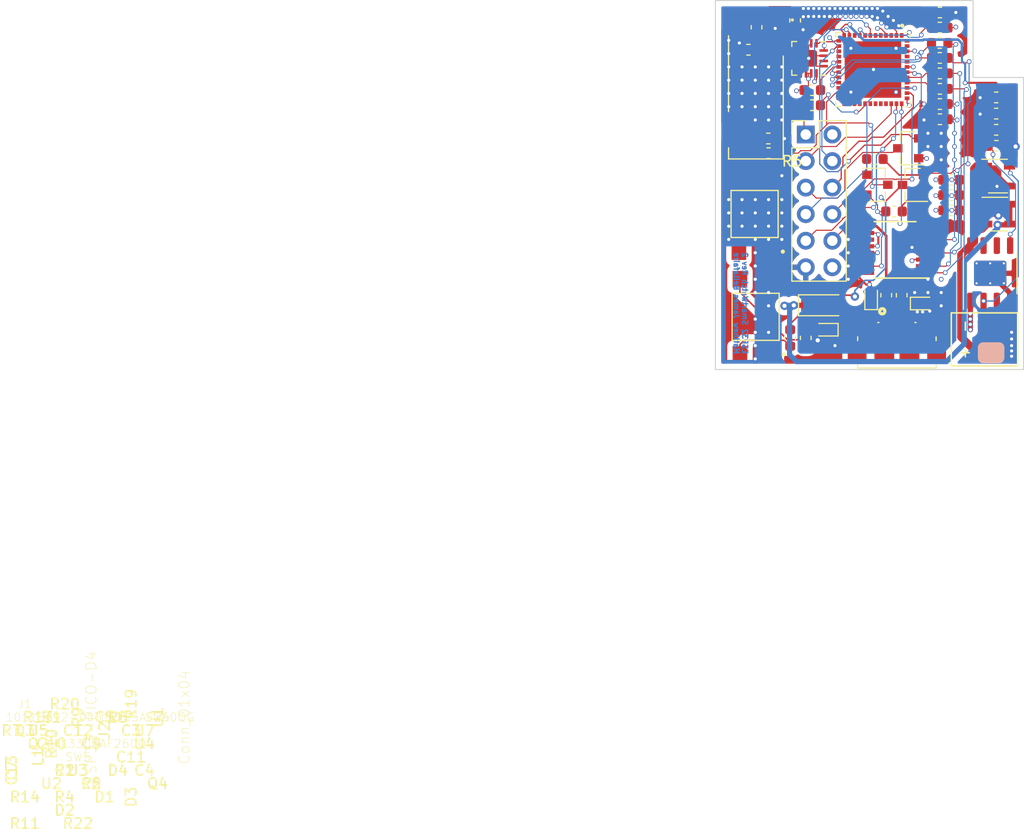
<source format=kicad_pcb>
(kicad_pcb (version 20171130) (host pcbnew "(5.0.1)-3")
  (layers (0 F.Cu signal) (1 In1.Cu signal) (2 In2.Cu signal) (31 B.Cu signal) (34 B.Paste user) (35 F.Paste user hide) (36 B.SilkS user) (37 F.SilkS user) (38 B.Mask user) (39 F.Mask user hide) (44 Edge.Cuts user))
  (net 0 "")
  (net 1 "Net-(SW5-Pad1)")
  (net 2 GND)
  (net 3 "Net-(R19-Pad2)")
  (net 4 "Net-(C7-Pad1)")
  (net 5 "Net-(C6-Pad1)")
  (net 6 "Net-(R8-Pad2)")
  (net 7 "Net-(SW4-Pad1)")
  (net 8 +3V3)
  (net 9 "/ESP32 Pico D4/LNA_IN")
  (net 10 "/ESP32 Pico D4/IO36")
  (net 11 "/ESP32 Pico D4/IO39")
  (net 12 "Net-(C9-Pad1)")
  (net 13 "/ESP32 Pico D4/IO34")
  (net 14 "/ESP32 Pico D4/IO32")
  (net 15 X_SIG)
  (net 16 Y_SIG)
  (net 17 Z_SIG)
  (net 18 /TOUCH_CS)
  (net 19 "Net-(R22-Pad2)")
  (net 20 /LCD_PEN)
  (net 21 "/ESP32 Pico D4/IO15")
  (net 22 "/ESP32 Pico D4/IO2")
  (net 23 "/ESP32 Pico D4/IO0")
  (net 24 "/ESP32 Pico D4/IO4")
  (net 25 "/ESP32 Pico D4/FLASH_CS")
  (net 26 "Net-(U12-Pad26)")
  (net 27 "/ESP32 Pico D4/FLASH_SD0")
  (net 28 "/ESP32 Pico D4/IO9")
  (net 29 "/ESP32 Pico D4/FLASH_SD2")
  (net 30 "/ESP32 Pico D4/FLASH_CLK")
  (net 31 "/ESP32 Pico D4/FLASH_SD3")
  (net 32 "/ESP32 Pico D4/FLASH_SD1")
  (net 33 /LCD_CS)
  (net 34 /LCD_SCK)
  (net 35 /LCD_LED_CTRL)
  (net 36 /LCD_RST)
  (net 37 "/ESP32 Pico D4/RXD0")
  (net 38 "/ESP32 Pico D4/TXD0")
  (net 39 /LCD_A0)
  (net 40 "Net-(U7-Pad2)")
  (net 41 "Net-(J3-Pad3)")
  (net 42 "Net-(J3-Pad4)")
  (net 43 "Net-(C12-Pad1)")
  (net 44 "Net-(D4-Pad1)")
  (net 45 "Net-(D3-Pad1)")
  (net 46 "Net-(J1-Pad4)")
  (net 47 "Net-(D1-Pad1)")
  (net 48 "Net-(J1-PadSH1)")
  (net 49 "/ESP32 Pico D4/DTR")
  (net 50 "Net-(Q2-Pad1)")
  (net 51 "/ESP32 Pico D4/TXD")
  (net 52 "/ESP32 Pico D4/RXD")
  (net 53 "Net-(R4-Pad1)")
  (net 54 "/ESP32 Pico D4/RTS")
  (net 55 "/ESP32 Pico D4/USB_DN")
  (net 56 "/ESP32 Pico D4/USB_DP")
  (net 57 "Net-(Q4-Pad1)")
  (net 58 "/ESP32 Pico D4/EN")
  (net 59 "/ESP32 Pico D4/CTS")
  (net 60 VUSB)
  (net 61 BAT+)
  (net 62 UV_LO)
  (net 63 /LCD_LED)
  (net 64 "Net-(U3-Pad7)")
  (net 65 "Net-(U3-Pad11)")
  (net 66 "Net-(U3-Pad14)")
  (net 67 "Net-(U3-Pad16)")
  (net 68 "Net-(C1-Pad1)")
  (net 69 "Net-(U2-Pad2)")
  (net 70 "/ESP32 Pico D4/IO13")
  (net 71 "/ESP32 Pico D4/IO26")
  (net 72 "/ESP32 Pico D4/IO27")
  (net 73 /MOSI)
  (net 74 /MISO)
  (module Capacitor_SMD:C_0603_1608Metric (layer F.Cu) (at 155.1178 95.631 180)
    (fp_text reference C5 (at 85.2678 -59.309 180) (layer F.SilkS))
    (fp_text value 0.1u)
    (pad 1 smd roundrect (at -0.7875 0 180) (size 0.875 0.95) (layers F.Cu F.Paste F.Mask) (net 14 "/ESP32 Pico D4/IO32"))
    (pad 2 smd roundrect (at 0.7875 0 180) (size 0.875 0.95) (layers F.Cu F.Paste F.Mask) (net 2 GND))
  )
  (module Resistor_SMD:R_0603_1608Metric (layer F.Cu) (at 155.1178 97.1804)
    (fp_text reference R11 (at -92.8878 67.9196) (layer F.SilkS))
    (fp_text value 10k)
    (pad 2 smd roundrect (at 0.7875 0) (size 0.875 0.95) (layers F.Cu F.Paste F.Mask) (net 14 "/ESP32 Pico D4/IO32"))
    (pad 1 smd roundrect (at -0.7875 0) (size 0.875 0.95) (layers F.Cu F.Paste F.Mask) (net 2 GND))
  )
  (module Resistor_SMD:R_0603_1608Metric (layer F.Cu) (at 155.1178 98.7298 180)
    (fp_text reference R6 (at 86.5378 -62.5602 180) (layer F.SilkS))
    (fp_text value 10k)
    (pad 1 smd roundrect (at -0.7875 0 180) (size 0.875 0.95) (layers F.Cu F.Paste F.Mask) (net 14 "/ESP32 Pico D4/IO32"))
    (pad 2 smd roundrect (at 0.7875 0 180) (size 0.875 0.95) (layers F.Cu F.Paste F.Mask) (net 61 BAT+))
  )
  (module SmartWatch:PQFN50P700X700X104-49N (layer F.Cu) (at 143.32966 92.96654 270)
    (fp_text reference U12 (at 64.51346 78.55966 270) (layer F.SilkS) (effects (font (thickness 0.05))))
    (fp_text value ESP32-PICO-D4 (at 61.97346 74.74966 270) (layer F.SilkS) (effects (font (thickness 0.05))))
    (pad 1 smd rect (at -3.265 -2.75 90) (size 0.45 0.35) (layers F.Cu F.Paste F.Mask) (net 8 +3V3))
    (pad 2 smd rect (at -3.265 -2.25 90) (size 0.45 0.35) (layers F.Cu F.Paste F.Mask) (net 9 "/ESP32 Pico D4/LNA_IN"))
    (pad 3 smd rect (at -3.265 -1.75 90) (size 0.45 0.35) (layers F.Cu F.Paste F.Mask) (net 8 +3V3))
    (pad 4 smd rect (at -3.265 -1.25 90) (size 0.45 0.35) (layers F.Cu F.Paste F.Mask) (net 8 +3V3))
    (pad 5 smd rect (at -3.265 -0.75 90) (size 0.45 0.35) (layers F.Cu F.Paste F.Mask) (net 10 "/ESP32 Pico D4/IO36"))
    (pad 6 smd rect (at -3.265 -0.25 90) (size 0.45 0.35) (layers F.Cu F.Paste F.Mask) (net 10 "/ESP32 Pico D4/IO36"))
    (pad 7 smd rect (at -3.265 0.25 90) (size 0.45 0.35) (layers F.Cu F.Paste F.Mask) (net 17 Z_SIG))
    (pad 8 smd rect (at -3.265 0.75 90) (size 0.45 0.35) (layers F.Cu F.Paste F.Mask) (net 11 "/ESP32 Pico D4/IO39"))
    (pad 9 smd rect (at -3.265 1.25 90) (size 0.45 0.35) (layers F.Cu F.Paste F.Mask) (net 12 "Net-(C9-Pad1)"))
    (pad 10 smd rect (at -3.265 1.75 90) (size 0.45 0.35) (layers F.Cu F.Paste F.Mask) (net 13 "/ESP32 Pico D4/IO34"))
    (pad 11 smd rect (at -3.265 2.25 90) (size 0.45 0.35) (layers F.Cu F.Paste F.Mask) (net 16 Y_SIG))
    (pad 12 smd rect (at -3.265 2.75 90) (size 0.45 0.35) (layers F.Cu F.Paste F.Mask) (net 14 "/ESP32 Pico D4/IO32"))
    (pad 13 smd rect (at -2.75 3.265 180) (size 0.45 0.35) (layers F.Cu F.Paste F.Mask) (net 15 X_SIG))
    (pad 14 smd rect (at -2.25 3.265 180) (size 0.45 0.35) (layers F.Cu F.Paste F.Mask) (net 35 /LCD_LED_CTRL))
    (pad 15 smd rect (at -1.75 3.265 180) (size 0.45 0.35) (layers F.Cu F.Paste F.Mask) (net 71 "/ESP32 Pico D4/IO26"))
    (pad 16 smd rect (at -1.25 3.265 180) (size 0.45 0.35) (layers F.Cu F.Paste F.Mask) (net 72 "/ESP32 Pico D4/IO27"))
    (pad 17 smd rect (at -0.75 3.265 180) (size 0.45 0.35) (layers F.Cu F.Paste F.Mask) (net 18 /TOUCH_CS))
    (pad 18 smd rect (at -0.25 3.265 180) (size 0.45 0.35) (layers F.Cu F.Paste F.Mask) (net 19 "Net-(R22-Pad2)"))
    (pad 19 smd rect (at 0.25 3.265 180) (size 0.45 0.35) (layers F.Cu F.Paste F.Mask) (net 8 +3V3))
    (pad 20 smd rect (at 0.75 3.265 180) (size 0.45 0.35) (layers F.Cu F.Paste F.Mask) (net 70 "/ESP32 Pico D4/IO13"))
    (pad 21 smd rect (at 1.25 3.265 180) (size 0.45 0.35) (layers F.Cu F.Paste F.Mask) (net 21 "/ESP32 Pico D4/IO15"))
    (pad 22 smd rect (at 1.75 3.265 180) (size 0.45 0.35) (layers F.Cu F.Paste F.Mask) (net 22 "/ESP32 Pico D4/IO2"))
    (pad 23 smd rect (at 2.25 3.265 180) (size 0.45 0.35) (layers F.Cu F.Paste F.Mask) (net 23 "/ESP32 Pico D4/IO0"))
    (pad 24 smd rect (at 2.75 3.265 180) (size 0.45 0.35) (layers F.Cu F.Paste F.Mask) (net 24 "/ESP32 Pico D4/IO4"))
    (pad 25 smd rect (at 3.265 2.75 270) (size 0.45 0.35) (layers F.Cu F.Paste F.Mask) (net 25 "/ESP32 Pico D4/FLASH_CS"))
    (pad 26 smd rect (at 3.265 2.25 270) (size 0.45 0.35) (layers F.Cu F.Paste F.Mask) (net 26 "Net-(U12-Pad26)"))
    (pad 27 smd rect (at 3.265 1.75 270) (size 0.45 0.35) (layers F.Cu F.Paste F.Mask) (net 27 "/ESP32 Pico D4/FLASH_SD0"))
    (pad 28 smd rect (at 3.265 1.25 270) (size 0.45 0.35) (layers F.Cu F.Paste F.Mask) (net 28 "/ESP32 Pico D4/IO9"))
    (pad 29 smd rect (at 3.265 0.75 270) (size 0.45 0.35) (layers F.Cu F.Paste F.Mask) (net 20 /LCD_PEN))
    (pad 30 smd rect (at 3.265 0.25 270) (size 0.45 0.35) (layers F.Cu F.Paste F.Mask) (net 29 "/ESP32 Pico D4/FLASH_SD2"))
    (pad 31 smd rect (at 3.265 -0.25 270) (size 0.45 0.35) (layers F.Cu F.Paste F.Mask) (net 30 "/ESP32 Pico D4/FLASH_CLK"))
    (pad 32 smd rect (at 3.265 -0.75 270) (size 0.45 0.35) (layers F.Cu F.Paste F.Mask) (net 31 "/ESP32 Pico D4/FLASH_SD3"))
    (pad 33 smd rect (at 3.265 -1.25 270) (size 0.45 0.35) (layers F.Cu F.Paste F.Mask) (net 32 "/ESP32 Pico D4/FLASH_SD1"))
    (pad 34 smd rect (at 3.265 -1.75 270) (size 0.45 0.35) (layers F.Cu F.Paste F.Mask) (net 33 /LCD_CS))
    (pad 35 smd rect (at 3.265 -2.25 270) (size 0.45 0.35) (layers F.Cu F.Paste F.Mask) (net 34 /LCD_SCK))
    (pad 36 smd rect (at 3.265 -2.75 270) (size 0.45 0.35) (layers F.Cu F.Paste F.Mask) (net 73 /MOSI))
    (pad 37 smd rect (at 2.75 -3.265) (size 0.45 0.35) (layers F.Cu F.Paste F.Mask) (net 8 +3V3))
    (pad 38 smd rect (at 2.25 -3.265) (size 0.45 0.35) (layers F.Cu F.Paste F.Mask) (net 74 /MISO))
    (pad 39 smd rect (at 1.75 -3.265) (size 0.45 0.35) (layers F.Cu F.Paste F.Mask) (net 36 /LCD_RST))
    (pad 40 smd rect (at 1.25 -3.265) (size 0.45 0.35) (layers F.Cu F.Paste F.Mask) (net 37 "/ESP32 Pico D4/RXD0"))
    (pad 41 smd rect (at 0.75 -3.265) (size 0.45 0.35) (layers F.Cu F.Paste F.Mask) (net 38 "/ESP32 Pico D4/TXD0"))
    (pad 42 smd rect (at 0.25 -3.265) (size 0.45 0.35) (layers F.Cu F.Paste F.Mask) (net 39 /LCD_A0))
    (pad 43 smd rect (at -0.25 -3.265) (size 0.45 0.35) (layers F.Cu F.Paste F.Mask) (net 8 +3V3))
    (pad 44 smd rect (at -0.75 -3.265) (size 0.45 0.35) (layers F.Cu F.Paste F.Mask))
    (pad 45 smd rect (at -1.25 -3.265) (size 0.45 0.35) (layers F.Cu F.Paste F.Mask))
    (pad 46 smd rect (at -1.75 -3.265) (size 0.45 0.35) (layers F.Cu F.Paste F.Mask) (net 8 +3V3))
    (pad 47 smd rect (at -2.25 -3.265) (size 0.45 0.35) (layers F.Cu F.Paste F.Mask))
    (pad 48 smd rect (at -2.75 -3.265) (size 0.45 0.35) (layers F.Cu F.Paste F.Mask))
    (pad 49 smd rect (at 0 0 270) (size 5.4 5.4) (layers F.Cu F.Paste F.Mask) (net 2 GND))
  )
  (module SmartWatch:BATTERY (layer F.Cu) (at 154.63266 118.78818 270)
    (fp_text reference J2 (at 37.42182 84.78266 270) (layer F.SilkS))
    (fp_text value Bat_in)
    (fp_text user - (at -1.27 2.54 270) (layer F.SilkS))
    (fp_text user + (at 1.27 2.54 270) (layer F.SilkS))
    (pad 1 smd roundrect (at -1.27 0 270) (size 2 2.54) (layers F.Cu F.Paste F.Mask) (net 2 GND))
    (pad 2 smd roundrect (at 1.27 0 270) (size 2 2.54) (layers F.Cu F.Paste B.SilkS F.Mask) (net 61 BAT+))
  )
  (module Capacitor_SMD:C_0603_1608Metric (layer F.Cu) (at 155.13558 100.2665)
    (fp_text reference C1 (at -89.09558 59.7535) (layer F.SilkS))
    (fp_text value 10nF)
    (pad 1 smd roundrect (at -0.7875 0) (size 0.875 0.95) (layers F.Cu F.Paste F.Mask) (net 68 "Net-(C1-Pad1)"))
    (pad 2 smd roundrect (at 0.7875 0) (size 0.875 0.95) (layers F.Cu F.Paste F.Mask) (net 2 GND))
  )
  (module Capacitor_SMD:C_0603_1608Metric (layer F.Cu) (at 132.20192 88.92032 270)
    (fp_text reference C13 (at 71.09968 71.24192 270) (layer F.SilkS))
    (fp_text value 4.7pF)
    (pad 2 smd roundrect (at 0.7875 0 270) (size 0.875 0.95) (layers F.Cu F.Paste F.Mask) (net 43 "Net-(C12-Pad1)"))
    (pad 1 smd roundrect (at -0.7875 0 270) (size 0.875 0.95) (layers F.Cu F.Paste F.Mask) (net 9 "/ESP32 Pico D4/LNA_IN"))
  )
  (module Capacitor_SMD:C_0603_1608Metric (layer F.Cu) (at 131.42468 91.06916 180)
    (fp_text reference C12 (at 64.11468 -65.14084 180) (layer F.SilkS))
    (fp_text value 2.7pF)
    (pad 1 smd roundrect (at -0.7875 0 180) (size 0.875 0.95) (layers F.Cu F.Paste F.Mask) (net 43 "Net-(C12-Pad1)"))
    (pad 2 smd roundrect (at 0.7875 0 180) (size 0.875 0.95) (layers F.Cu F.Paste F.Mask) (net 2 GND))
  )
  (module Capacitor_SMD:C_0603_1608Metric (layer F.Cu) (at 149.72538 96.26346 180)
    (fp_text reference C11 (at 77.33538 -62.48654 180) (layer F.SilkS))
    (fp_text value 0.1u)
    (pad 2 smd roundrect (at 0.7875 0 180) (size 0.875 0.95) (layers F.Cu F.Paste F.Mask) (net 2 GND))
    (pad 1 smd roundrect (at -0.7875 0 180) (size 0.875 0.95) (layers F.Cu F.Paste F.Mask) (net 8 +3V3))
  )
  (module Capacitor_SMD:C_0603_1608Metric (layer F.Cu) (at 149.733 87.503)
    (fp_text reference C9 (at -81.153 69.977) (layer F.SilkS))
    (fp_text value 0.1u)
    (pad 1 smd roundrect (at -0.7875 0) (size 0.875 0.95) (layers F.Cu F.Paste F.Mask) (net 12 "Net-(C9-Pad1)"))
    (pad 2 smd roundrect (at 0.7875 0) (size 0.875 0.95) (layers F.Cu F.Paste F.Mask) (net 2 GND))
  )
  (module Capacitor_SMD:C_0603_1608Metric (layer F.Cu) (at 136.906 118.64086 90)
    (fp_text reference C7 (at -41.37914 -75.946 90) (layer F.SilkS))
    (fp_text value 0.1u)
    (pad 2 smd roundrect (at 0.7875 0 90) (size 0.875 0.95) (layers F.Cu F.Paste F.Mask) (net 2 GND))
    (pad 1 smd roundrect (at -0.7875 0 90) (size 0.875 0.95) (layers F.Cu F.Paste F.Mask) (net 4 "Net-(C7-Pad1)"))
  )
  (module Capacitor_SMD:C_0603_1608Metric (layer F.Cu) (at 133.32714 99.56292)
    (fp_text reference C6 (at -62.20714 55.37708) (layer F.SilkS))
    (fp_text value "0.1u (NC)")
    (pad 1 smd roundrect (at -0.7875 0) (size 0.875 0.95) (layers F.Cu F.Paste F.Mask) (net 5 "Net-(C6-Pad1)"))
    (pad 2 smd roundrect (at 0.7875 0) (size 0.875 0.95) (layers F.Cu F.Paste F.Mask) (net 2 GND))
  )
  (module Capacitor_SMD:C_0603_1608Metric (layer F.Cu) (at 150.80742 106.43362)
    (fp_text reference C4 (at -77.14742 53.58638) (layer F.SilkS))
    (fp_text value 10u)
    (pad 2 smd roundrect (at 0.7875 0) (size 0.875 0.95) (layers F.Cu F.Paste F.Mask) (net 2 GND))
    (pad 1 smd roundrect (at -0.7875 0) (size 0.875 0.95) (layers F.Cu F.Paste F.Mask) (net 8 +3V3))
  )
  (module Capacitor_SMD:C_0603_1608Metric (layer F.Cu) (at 150.79462 104.97312)
    (fp_text reference C3 (at -78.40462 51.23688) (layer F.SilkS))
    (fp_text value 10uF)
    (pad 1 smd roundrect (at -0.7875 0) (size 0.875 0.95) (layers F.Cu F.Paste F.Mask) (net 8 +3V3))
    (pad 2 smd roundrect (at 0.7875 0) (size 0.875 0.95) (layers F.Cu F.Paste F.Mask) (net 2 GND))
  )
  (module Capacitor_SMD:C_0603_1608Metric (layer F.Cu) (at 150.80234 103.51516)
    (fp_text reference C2 (at -82.22234 57.77484) (layer F.SilkS))
    (fp_text value 10nF)
    (pad 2 smd roundrect (at 0.7875 0) (size 0.875 0.95) (layers F.Cu F.Paste F.Mask) (net 2 GND))
    (pad 1 smd roundrect (at -0.7875 0) (size 0.875 0.95) (layers F.Cu F.Paste F.Mask) (net 8 +3V3))
  )
  (module Capacitor_SMD:C_0603_1608Metric (layer F.Cu) (at 149.73544 97.72142 180)
    (fp_text reference C10 (at 84.96544 -59.75858 180) (layer F.SilkS))
    (fp_text value 10u)
    (pad 1 smd roundrect (at -0.7875 0 180) (size 0.875 0.95) (layers F.Cu F.Paste F.Mask) (net 8 +3V3))
    (pad 2 smd roundrect (at 0.7875 0 180) (size 0.875 0.95) (layers F.Cu F.Paste F.Mask) (net 2 GND))
  )
  (module Connector_PinHeader_2.54mm:PinHeader_2x06_P2.54mm_Vertical (layer F.Cu) (at 136.90854 99.18192)
    (fp_text reference U2 (at -72.13854 62.10808) (layer F.SilkS))
    (fp_text value LCD_TOUCH)
    (pad 1 thru_hole rect (at 0 0) (size 1.7 1.7) (drill 1) (layers *.Cu *.Mask) (net 53 "Net-(R4-Pad1)"))
    (pad 2 thru_hole oval (at 2.54 0) (size 1.7 1.7) (drill 1) (layers *.Cu *.Mask) (net 69 "Net-(U2-Pad2)"))
    (pad 3 thru_hole oval (at 0 2.54) (size 1.7 1.7) (drill 1) (layers *.Cu *.Mask) (net 33 /LCD_CS))
    (pad 4 thru_hole oval (at 2.54 2.54) (size 1.7 1.7) (drill 1) (layers *.Cu *.Mask) (net 18 /TOUCH_CS))
    (pad 5 thru_hole oval (at 0 5.08) (size 1.7 1.7) (drill 1) (layers *.Cu *.Mask) (net 63 /LCD_LED))
    (pad 6 thru_hole oval (at 2.54 5.08) (size 1.7 1.7) (drill 1) (layers *.Cu *.Mask) (net 74 /MISO))
    (pad 7 thru_hole oval (at 0 7.62) (size 1.7 1.7) (drill 1) (layers *.Cu *.Mask) (net 36 /LCD_RST))
    (pad 8 thru_hole oval (at 2.54 7.62) (size 1.7 1.7) (drill 1) (layers *.Cu *.Mask) (net 39 /LCD_A0))
    (pad 9 thru_hole oval (at 0 10.16) (size 1.7 1.7) (drill 1) (layers *.Cu *.Mask) (net 34 /LCD_SCK))
    (pad 10 thru_hole oval (at 2.54 10.16) (size 1.7 1.7) (drill 1) (layers *.Cu *.Mask) (net 73 /MOSI))
    (pad 11 thru_hole oval (at 0 12.7) (size 1.7 1.7) (drill 1) (layers *.Cu *.Mask) (net 2 GND))
    (pad 12 thru_hole oval (at 2.54 12.7) (size 1.7 1.7) (drill 1) (layers *.Cu *.Mask) (net 8 +3V3))
  )
  (module Diode_SMD:D_SOD-123F (layer F.Cu) (at 138.4173 115.5192)
    (fp_text reference D2 (at -72.3773 48.3108) (layer F.SilkS))
    (fp_text value FSV340FP)
    (pad 1 smd rect (at -1.4 0) (size 1.1 1.1) (layers F.Cu F.Paste F.Mask) (net 60 VUSB))
    (pad 2 smd rect (at 1.4 0) (size 1.1 1.1) (layers F.Cu F.Paste F.Mask) (net 47 "Net-(D1-Pad1)"))
  )
  (module Diode_SMD:D_SOD-523 (layer F.Cu) (at 138.8491 117.85854 180)
    (fp_text reference D1 (at 68.9991 -44.70146 180) (layer F.SilkS))
    (fp_text value LESD5D5.0CT1G)
    (pad 2 smd rect (at 0.7 0) (size 0.6 0.7) (layers F.Cu F.Paste F.Mask) (net 2 GND))
    (pad 1 smd rect (at -0.7 0) (size 0.6 0.7) (layers F.Cu F.Paste F.Mask) (net 47 "Net-(D1-Pad1)"))
  )
  (module Diode_SMD:D_SOD-523 (layer F.Cu) (at 143.15948 114.784704 90)
    (fp_text reference D3 (at -47.775296 -70.76948 90) (layer F.SilkS))
    (fp_text value LESD5D5.0CT1G)
    (pad 1 smd rect (at -0.7 0 270) (size 0.6 0.7) (layers F.Cu F.Paste F.Mask) (net 45 "Net-(D3-Pad1)"))
    (pad 2 smd rect (at 0.7 0 270) (size 0.6 0.7) (layers F.Cu F.Paste F.Mask) (net 2 GND))
  )
  (module Diode_SMD:D_SOD-523 (layer F.Cu) (at 148.06422 115.349624)
    (fp_text reference D4 (at -76.94422 44.670376) (layer F.SilkS))
    (fp_text value LESD5D5.0CT1G)
    (pad 2 smd rect (at 0.7 0 180) (size 0.6 0.7) (layers F.Cu F.Paste F.Mask) (net 2 GND))
    (pad 1 smd rect (at -0.7 0 180) (size 0.6 0.7) (layers F.Cu F.Paste F.Mask) (net 44 "Net-(D4-Pad1)"))
  )
  (module Inductor_SMD:L_0603_1608Metric (layer F.Cu) (at 135.89 88.265 90)
    (fp_text reference L1 (at -70.485 -72.39 90) (layer F.SilkS))
    (fp_text value 1.6nH)
    (pad 1 smd roundrect (at -0.7875 0 90) (size 0.875 0.95) (layers F.Cu F.Paste F.Mask) (net 2 GND))
    (pad 2 smd roundrect (at 0.7875 0 90) (size 0.875 0.95) (layers F.Cu F.Paste F.Mask) (net 9 "/ESP32 Pico D4/LNA_IN"))
  )
  (module Package_SO:HSOP-8-1EP_3.9x4.9mm_P1.27mm_EP2.41x3.1mm_ThermalVias (layer F.Cu) (at 154.54376 112.46104 90)
    (fp_text reference U1 (at -42.47896 -79.61376 90) (layer F.SilkS))
    (fp_text value S-13A1A33-E8T1U3)
    (pad 9 smd roundrect (at 0 0 90) (size 2.41 3.1) (layers F.Cu F.Mask) (roundrect_rratio 0.103734) (net 2 GND))
    (pad 9 thru_hole circle (at -0.955 -1.3 90) (size 0.5 0.5) (drill 0.2) (layers *.Cu) (net 2 GND))
    (pad 9 thru_hole circle (at 0.955 -1.3 90) (size 0.5 0.5) (drill 0.2) (layers *.Cu) (net 2 GND))
    (pad 9 thru_hole circle (at -0.955 0 90) (size 0.5 0.5) (drill 0.2) (layers *.Cu) (net 2 GND))
    (pad 9 thru_hole circle (at 0.955 0 90) (size 0.5 0.5) (drill 0.2) (layers *.Cu) (net 2 GND))
    (pad 9 thru_hole circle (at -0.955 1.3 90) (size 0.5 0.5) (drill 0.2) (layers *.Cu) (net 2 GND))
    (pad 9 thru_hole circle (at 0.955 1.3 90) (size 0.5 0.5) (drill 0.2) (layers *.Cu) (net 2 GND))
    (pad 9 smd roundrect (at 0 0 90) (size 2.41 3.1) (layers B.Cu) (roundrect_rratio 0.103734) (net 2 GND))
    (pad 1 smd roundrect (at -2.65 -1.905 90) (size 1.6 0.6) (layers F.Cu F.Paste F.Mask) (net 8 +3V3))
    (pad 2 smd roundrect (at -2.65 -0.635 90) (size 1.6 0.6) (layers F.Cu F.Paste F.Mask) (net 62 UV_LO))
    (pad 3 smd roundrect (at -2.65 0.635 90) (size 1.6 0.6) (layers F.Cu F.Paste F.Mask))
    (pad 4 smd roundrect (at -2.65 1.905 90) (size 1.6 0.6) (layers F.Cu F.Paste F.Mask) (net 2 GND))
    (pad 5 smd roundrect (at 2.65 1.905 90) (size 1.6 0.6) (layers F.Cu F.Paste F.Mask) (net 68 "Net-(C1-Pad1)"))
    (pad 6 smd roundrect (at 2.65 0.635 90) (size 1.6 0.6) (layers F.Cu F.Paste F.Mask))
    (pad 7 smd roundrect (at 2.65 -0.635 90) (size 1.6 0.6) (layers F.Cu F.Paste F.Mask))
    (pad 8 smd roundrect (at 2.65 -1.905 90) (size 1.6 0.6) (layers F.Cu F.Paste F.Mask) (net 61 BAT+))
  )
  (module Package_SO:SSOP-16_3.9x4.9mm_P0.635mm (layer F.Cu) (at 145.44548 110.19282 180)
    (fp_text reference U3 (at 78.13548 -49.82718 180) (layer F.SilkS))
    (fp_text value FT230XS)
    (pad 1 smd rect (at -2.6 -2.2225 180) (size 1.2 0.4) (layers F.Cu F.Paste F.Mask) (net 51 "/ESP32 Pico D4/TXD"))
    (pad 2 smd rect (at -2.6 -1.5875 180) (size 1.2 0.4) (layers F.Cu F.Paste F.Mask) (net 54 "/ESP32 Pico D4/RTS"))
    (pad 3 smd rect (at -2.6 -0.9525 180) (size 1.2 0.4) (layers F.Cu F.Paste F.Mask) (net 8 +3V3))
    (pad 4 smd rect (at -2.6 -0.3175 180) (size 1.2 0.4) (layers F.Cu F.Paste F.Mask) (net 52 "/ESP32 Pico D4/RXD"))
    (pad 5 smd rect (at -2.6 0.3175 180) (size 1.2 0.4) (layers F.Cu F.Paste F.Mask) (net 2 GND))
    (pad 6 smd rect (at -2.6 0.9525 180) (size 1.2 0.4) (layers F.Cu F.Paste F.Mask) (net 59 "/ESP32 Pico D4/CTS"))
    (pad 7 smd rect (at -2.6 1.5875 180) (size 1.2 0.4) (layers F.Cu F.Paste F.Mask) (net 64 "Net-(U3-Pad7)"))
    (pad 8 smd rect (at -2.6 2.2225 180) (size 1.2 0.4) (layers F.Cu F.Paste F.Mask) (net 56 "/ESP32 Pico D4/USB_DP"))
    (pad 9 smd rect (at 2.6 2.2225 180) (size 1.2 0.4) (layers F.Cu F.Paste F.Mask) (net 55 "/ESP32 Pico D4/USB_DN"))
    (pad 10 smd rect (at 2.6 1.5875 180) (size 1.2 0.4) (layers F.Cu F.Paste F.Mask) (net 8 +3V3))
    (pad 11 smd rect (at 2.6 0.9525 180) (size 1.2 0.4) (layers F.Cu F.Paste F.Mask) (net 65 "Net-(U3-Pad11)"))
    (pad 12 smd rect (at 2.6 0.3175 180) (size 1.2 0.4) (layers F.Cu F.Paste F.Mask) (net 8 +3V3))
    (pad 13 smd rect (at 2.6 -0.3175 180) (size 1.2 0.4) (layers F.Cu F.Paste F.Mask) (net 2 GND))
    (pad 14 smd rect (at 2.6 -0.9525 180) (size 1.2 0.4) (layers F.Cu F.Paste F.Mask) (net 66 "Net-(U3-Pad14)"))
    (pad 15 smd rect (at 2.6 -1.5875 180) (size 1.2 0.4) (layers F.Cu F.Paste F.Mask) (net 49 "/ESP32 Pico D4/DTR"))
    (pad 16 smd rect (at 2.6 -2.2225 180) (size 1.2 0.4) (layers F.Cu F.Paste F.Mask) (net 67 "Net-(U3-Pad16)"))
  )
  (module Package_TO_SOT_SMD:SOT-23 (layer F.Cu) (at 143.7513 103.98506)
    (fp_text reference Q4 (at -68.8213 57.30494) (layer F.SilkS))
    (fp_text value MMBT5551L)
    (pad 1 smd rect (at -1 -0.95) (size 0.9 0.8) (layers F.Cu F.Paste F.Mask) (net 57 "Net-(Q4-Pad1)"))
    (pad 2 smd rect (at -1 0.95) (size 0.9 0.8) (layers F.Cu F.Paste F.Mask) (net 49 "/ESP32 Pico D4/DTR"))
    (pad 3 smd rect (at 1 0) (size 0.9 0.8) (layers F.Cu F.Paste F.Mask) (net 23 "/ESP32 Pico D4/IO0"))
  )
  (module Package_TO_SOT_SMD:SOT-23 (layer F.Cu) (at 147.15998 104.0003 180)
    (fp_text reference Q2 (at 83.65998 -53.4797 180) (layer F.SilkS))
    (fp_text value MMBT5551L)
    (pad 3 smd rect (at 1 0 180) (size 0.9 0.8) (layers F.Cu F.Paste F.Mask) (net 58 "/ESP32 Pico D4/EN"))
    (pad 2 smd rect (at -1 0.95 180) (size 0.9 0.8) (layers F.Cu F.Paste F.Mask) (net 54 "/ESP32 Pico D4/RTS"))
    (pad 1 smd rect (at -1 -0.95 180) (size 0.9 0.8) (layers F.Cu F.Paste F.Mask) (net 50 "Net-(Q2-Pad1)"))
  )
  (module Package_TO_SOT_SMD:SOT-23 (layer F.Cu) (at 146.70532 100.50018 180)
    (fp_text reference Q3 (at 84.47532 -55.70982 180) (layer F.SilkS))
    (fp_text value FDN340P)
    (pad 1 smd rect (at -1 -0.95 180) (size 0.9 0.8) (layers F.Cu F.Paste F.Mask) (net 8 +3V3))
    (pad 2 smd rect (at -1 0.95 180) (size 0.9 0.8) (layers F.Cu F.Paste F.Mask) (net 35 /LCD_LED_CTRL))
    (pad 3 smd rect (at 1 0 180) (size 0.9 0.8) (layers F.Cu F.Paste F.Mask) (net 63 /LCD_LED))
  )
  (module Package_TO_SOT_SMD:SOT-23-5 (layer F.Cu) (at 155.28526 103.15698)
    (fp_text reference U4 (at -81.62526 54.32302) (layer F.SilkS))
    (fp_text value MAX9065)
    (pad 5 smd rect (at 1.1 -0.95) (size 1.06 0.65) (layers F.Cu F.Paste F.Mask) (net 62 UV_LO))
    (pad 4 smd rect (at 1.1 0.95) (size 1.06 0.65) (layers F.Cu F.Paste F.Mask) (net 61 BAT+))
    (pad 3 smd rect (at -1.1 0.95) (size 1.06 0.65) (layers F.Cu F.Paste F.Mask) (net 2 GND))
    (pad 2 smd rect (at -1.1 0) (size 1.06 0.65) (layers F.Cu F.Paste F.Mask) (net 2 GND))
    (pad 1 smd rect (at -1.1 -0.95) (size 1.06 0.65) (layers F.Cu F.Paste F.Mask) (net 61 BAT+))
  )
  (module Package_TO_SOT_SMD:SOT-23-5 (layer F.Cu) (at 155.31828 106.79688)
    (fp_text reference U5 (at -91.81828 49.41312) (layer F.SilkS))
    (fp_text value MCP73811T-420I-OT)
    (pad 1 smd rect (at -1.1 -0.95) (size 1.06 0.65) (layers F.Cu F.Paste F.Mask) (net 60 VUSB))
    (pad 2 smd rect (at -1.1 0) (size 1.06 0.65) (layers F.Cu F.Paste F.Mask) (net 2 GND))
    (pad 3 smd rect (at -1.1 0.95) (size 1.06 0.65) (layers F.Cu F.Paste F.Mask) (net 61 BAT+))
    (pad 4 smd rect (at 1.1 0.95) (size 1.06 0.65) (layers F.Cu F.Paste F.Mask) (net 60 VUSB))
    (pad 5 smd rect (at 1.1 -0.95) (size 1.06 0.65) (layers F.Cu F.Paste F.Mask) (net 60 VUSB))
  )
  (module Resistor_SMD:R_0603_1608Metric (layer F.Cu) (at 149.71522 90.424)
    (fp_text reference R7 (at -88.75522 65.786) (layer F.SilkS))
    (fp_text value "0(NC)")
    (pad 2 smd roundrect (at 0.7875 0) (size 0.875 0.95) (layers F.Cu F.Paste F.Mask) (net 59 "/ESP32 Pico D4/CTS"))
    (pad 1 smd roundrect (at -0.7875 0) (size 0.875 0.95) (layers F.Cu F.Paste F.Mask) (net 21 "/ESP32 Pico D4/IO15"))
  )
  (module Resistor_SMD:R_0603_1608Metric (layer F.Cu) (at 137.53084 94.92996)
    (fp_text reference R22 (at -70.22084 70.17004) (layer F.SilkS))
    (fp_text value 10k)
    (pad 1 smd roundrect (at -0.7875 0) (size 0.875 0.95) (layers F.Cu F.Paste F.Mask) (net 8 +3V3))
    (pad 2 smd roundrect (at 0.7875 0) (size 0.875 0.95) (layers F.Cu F.Paste F.Mask) (net 19 "Net-(R22-Pad2)"))
  )
  (module Resistor_SMD:R_0603_1608Metric (layer F.Cu) (at 149.7203 88.95334)
    (fp_text reference R20 (at -83.6803 64.71666) (layer F.SilkS))
    (fp_text value 10k)
    (pad 2 smd roundrect (at 0.7875 0) (size 0.875 0.95) (layers F.Cu F.Paste F.Mask) (net 8 +3V3))
    (pad 1 smd roundrect (at -0.7875 0) (size 0.875 0.95) (layers F.Cu F.Paste F.Mask) (net 12 "Net-(C9-Pad1)"))
  )
  (module Resistor_SMD:R_0603_1608Metric (layer F.Cu) (at 135.41502 118.64086 270)
    (fp_text reference R19 (at 35.02914 63.02502 270) (layer F.SilkS))
    (fp_text value 0R)
    (pad 1 smd roundrect (at -0.7875 0 270) (size 0.875 0.95) (layers F.Cu F.Paste F.Mask) (net 58 "/ESP32 Pico D4/EN"))
    (pad 2 smd roundrect (at 0.7875 0 270) (size 0.875 0.95) (layers F.Cu F.Paste F.Mask) (net 3 "Net-(R19-Pad2)"))
  )
  (module Resistor_SMD:R_0603_1608Metric (layer F.Cu) (at 143.51762 101.5238 180)
    (fp_text reference R14 (at 81.28762 -61.0362 180) (layer F.SilkS))
    (fp_text value 1k)
    (pad 2 smd roundrect (at 0.7875 0 180) (size 0.875 0.95) (layers F.Cu F.Paste F.Mask) (net 57 "Net-(Q4-Pad1)"))
    (pad 1 smd roundrect (at -0.7875 0 180) (size 0.875 0.95) (layers F.Cu F.Paste F.Mask) (net 54 "/ESP32 Pico D4/RTS"))
  )
  (module Resistor_SMD:R_0603_1608Metric (layer F.Cu) (at 146.08048 114.5539 270)
    (fp_text reference R10 (at 42.9261 81.31048 270) (layer F.SilkS))
    (fp_text value 0)
    (pad 1 smd roundrect (at -0.7875 0 270) (size 0.875 0.95) (layers F.Cu F.Paste F.Mask) (net 56 "/ESP32 Pico D4/USB_DP"))
    (pad 2 smd roundrect (at 0.7875 0 270) (size 0.875 0.95) (layers F.Cu F.Paste F.Mask) (net 44 "Net-(D4-Pad1)"))
  )
  (module Resistor_SMD:R_0603_1608Metric (layer F.Cu) (at 144.6022 114.5539 90)
    (fp_text reference R9 (at -40.3861 -77.2922 90) (layer F.SilkS))
    (fp_text value 0)
    (pad 2 smd roundrect (at 0.7875 0 90) (size 0.875 0.95) (layers F.Cu F.Paste F.Mask) (net 55 "/ESP32 Pico D4/USB_DN"))
    (pad 1 smd roundrect (at -0.7875 0 90) (size 0.875 0.95) (layers F.Cu F.Paste F.Mask) (net 45 "Net-(D3-Pad1)"))
  )
  (module Resistor_SMD:R_0603_1608Metric (layer F.Cu) (at 133.35 100.965 180)
    (fp_text reference R8 (at 62.23 -53.975 180) (layer F.SilkS))
    (fp_text value 0R)
    (pad 1 smd roundrect (at -0.7875 0 180) (size 0.875 0.95) (layers F.Cu F.Paste F.Mask) (net 23 "/ESP32 Pico D4/IO0"))
    (pad 2 smd roundrect (at 0.7875 0 180) (size 0.875 0.95) (layers F.Cu F.Paste F.Mask) (net 6 "Net-(R8-Pad2)"))
  )
  (module Resistor_SMD:R_0603_1608Metric (layer F.Cu) (at 149.7203 91.85148 180)
    (fp_text reference R5 (at 14.12494 -9.88822 180) (layer F.SilkS))
    (fp_text value "0(NC)")
    (pad 2 smd roundrect (at 0.7875 0 180) (size 0.875 0.95) (layers F.Cu F.Paste F.Mask) (net 70 "/ESP32 Pico D4/IO13"))
    (pad 1 smd roundrect (at -0.7875 0 180) (size 0.875 0.95) (layers F.Cu F.Paste F.Mask) (net 54 "/ESP32 Pico D4/RTS"))
  )
  (module Resistor_SMD:R_0603_1608Metric (layer F.Cu) (at 137.52322 96.37522)
    (fp_text reference R4 (at -71.48322 66.18478) (layer F.SilkS))
    (fp_text value 0R)
    (pad 1 smd roundrect (at -0.7875 0) (size 0.875 0.95) (layers F.Cu F.Paste F.Mask) (net 53 "Net-(R4-Pad1)"))
    (pad 2 smd roundrect (at 0.7875 0) (size 0.875 0.95) (layers F.Cu F.Paste F.Mask) (net 20 /LCD_PEN))
  )
  (module Resistor_SMD:R_0603_1608Metric (layer F.Cu) (at 149.72802 93.32976 180)
    (fp_text reference R1 (at 84.95802 -61.61024 180) (layer F.SilkS))
    (fp_text value 1k)
    (pad 1 smd roundrect (at -0.7875 0 180) (size 0.875 0.95) (layers F.Cu F.Paste F.Mask) (net 52 "/ESP32 Pico D4/RXD"))
    (pad 2 smd roundrect (at 0.7875 0 180) (size 0.875 0.95) (layers F.Cu F.Paste F.Mask) (net 38 "/ESP32 Pico D4/TXD0"))
  )
  (module Resistor_SMD:R_0603_1608Metric (layer F.Cu) (at 149.72528 94.81058 180)
    (fp_text reference R2 (at 83.68528 -65.20942 180) (layer F.SilkS))
    (fp_text value 1k)
    (pad 2 smd roundrect (at 0.7875 0 180) (size 0.875 0.95) (layers F.Cu F.Paste F.Mask) (net 37 "/ESP32 Pico D4/RXD0"))
    (pad 1 smd roundrect (at -0.7875 0 180) (size 0.875 0.95) (layers F.Cu F.Paste F.Mask) (net 51 "/ESP32 Pico D4/TXD"))
  )
  (module Resistor_SMD:R_0603_1608Metric (layer F.Cu) (at 145.34906 106.54284)
    (fp_text reference R13 (at -81.84906 48.39716) (layer F.SilkS))
    (fp_text value 1k)
    (pad 1 smd roundrect (at -0.7875 0) (size 0.875 0.95) (layers F.Cu F.Paste F.Mask) (net 49 "/ESP32 Pico D4/DTR"))
    (pad 2 smd roundrect (at 0.7875 0) (size 0.875 0.95) (layers F.Cu F.Paste F.Mask) (net 50 "Net-(Q2-Pad1)"))
  )
  (module SmartWatch:AMPHENOL_10118192-0001LF (layer F.Cu) (at 145.62074 117.394324)
    (fp_text reference J1 (at -83.39074 36.275676) (layer F.SilkS) (effects (font (size 0.787417 0.787417) (thickness 0.05))))
    (fp_text value 10118192-0001LF (at -79.58074 37.545676) (layer F.SilkS) (effects (font (size 0.787449 0.787449) (thickness 0.05))))
    (fp_text user PCB~Edge (at 5.20496 3.90372) (layer Edge.Cuts) (effects (font (thickness 0.05))))
    (pad 3 smd rect (at 0 0) (size 0.4 1.35) (layers F.Cu F.Paste F.Mask) (net 44 "Net-(D4-Pad1)"))
    (pad 2 smd rect (at -0.65 0) (size 0.4 1.35) (layers F.Cu F.Paste F.Mask) (net 45 "Net-(D3-Pad1)"))
    (pad 4 smd rect (at 0.65 0) (size 0.4 1.35) (layers F.Cu F.Paste F.Mask) (net 46 "Net-(J1-Pad4)"))
    (pad 1 smd rect (at -1.3 0) (size 0.4 1.35) (layers F.Cu F.Paste F.Mask) (net 47 "Net-(D1-Pad1)"))
    (pad 5 smd rect (at 1.3 0) (size 0.4 1.35) (layers F.Cu F.Paste F.Mask) (net 2 GND))
    (pad SH1 smd rect (at -3.1 0.125) (size 2.1 1.6) (layers F.Cu F.Paste F.Mask) (net 48 "Net-(J1-PadSH1)"))
    (pad SH2 smd rect (at 3.1 0.125) (size 2.1 1.6) (layers F.Cu F.Paste F.Mask) (net 48 "Net-(J1-PadSH1)"))
    (pad SH3 smd rect (at -3.8 2.675 180) (size 1.8 1.9) (layers F.Cu F.Paste F.Mask) (net 48 "Net-(J1-PadSH1)"))
    (pad SH6 smd rect (at 3.8 2.675 180) (size 1.8 1.9) (layers F.Cu F.Paste F.Mask) (net 48 "Net-(J1-PadSH1)"))
    (pad SH4 smd rect (at -1.2 2.675) (size 1.9 1.9) (layers F.Cu F.Paste F.Mask) (net 48 "Net-(J1-PadSH1)"))
    (pad SH5 smd rect (at 1.2 2.675) (size 1.9 1.9) (layers F.Cu F.Paste F.Mask) (net 48 "Net-(J1-PadSH1)"))
  )
  (module SmartWatch:ANT_PRO-OB-440 (layer F.Cu) (at 134.003657 88.218197 270)
    (fp_text reference J3 (at 69.261803 65.423657 270) (layer F.SilkS) (effects (font (thickness 0.05))))
    (fp_text value Conn_01x04 (at 66.721803 56.533657 270) (layer F.SilkS) (effects (font (thickness 0.05))))
    (pad 3 smd rect (at 0 3.73) (size 1.5 1.2) (layers F.Cu F.Paste F.Mask) (net 41 "Net-(J3-Pad3)"))
    (pad 4 smd rect (at 10.7 3.73) (size 1.5 1.2) (layers F.Cu F.Paste F.Mask) (net 42 "Net-(J3-Pad4)"))
    (pad 2 smd rect (at 2.2 0) (size 1.5 1.2) (layers F.Cu F.Paste F.Mask) (net 43 "Net-(C12-Pad1)"))
    (pad 1 smd rect (at 0 0) (size 1.5 1.2) (layers F.Cu F.Paste F.Mask) (net 2 GND))
  )
  (module SmartWatch:LFCSP-16-1EP_3x3mm_P0.5mm_EP1.6x1.6mm (layer F.Cu) (at 137.18286 91.89212 180)
    (fp_text reference U7 (at 63.52286 -64.31788 180) (layer F.SilkS))
    (fp_text value ADXL337)
    (pad 16 smd roundrect (at -0.75 -1.4375 180) (size 0.25 0.825) (layers F.Cu F.Paste F.Mask) (net 17 Z_SIG))
    (pad 15 smd roundrect (at -0.25 -1.4375 180) (size 0.25 0.825) (layers F.Cu F.Paste F.Mask) (net 8 +3V3))
    (pad 14 smd roundrect (at 0.25 -1.4375 180) (size 0.25 0.825) (layers F.Cu F.Paste F.Mask) (net 8 +3V3))
    (pad 13 smd roundrect (at 0.75 -1.4375 180) (size 0.25 0.825) (layers F.Cu F.Paste F.Mask))
    (pad 12 smd roundrect (at 1.4375 -0.75 180) (size 0.825 0.25) (layers F.Cu F.Paste F.Mask))
    (pad 11 smd roundrect (at 1.4375 -0.25 180) (size 0.825 0.25) (layers F.Cu F.Paste F.Mask))
    (pad 10 smd roundrect (at 1.4375 0.25 180) (size 0.825 0.25) (layers F.Cu F.Paste F.Mask))
    (pad 9 smd roundrect (at 1.4375 0.75 180) (size 0.825 0.25) (layers F.Cu F.Paste F.Mask))
    (pad 8 smd roundrect (at 0.75 1.4375 180) (size 0.25 0.825) (layers F.Cu F.Paste F.Mask))
    (pad 7 smd roundrect (at 0.25 1.4375 180) (size 0.25 0.825) (layers F.Cu F.Paste F.Mask) (net 2 GND))
    (pad 6 smd roundrect (at -0.25 1.4375 180) (size 0.25 0.825) (layers F.Cu F.Paste F.Mask) (net 2 GND))
    (pad 5 smd roundrect (at -0.75 1.4375 180) (size 0.25 0.825) (layers F.Cu F.Paste F.Mask) (net 15 X_SIG))
    (pad 4 smd roundrect (at -1.4375 0.75 180) (size 0.825 0.25) (layers F.Cu F.Paste F.Mask) (net 16 Y_SIG))
    (pad 3 smd roundrect (at -1.4375 0.25 180) (size 0.825 0.25) (layers F.Cu F.Paste F.Mask) (net 2 GND))
    (pad 2 smd roundrect (at -1.4375 -0.25 180) (size 0.825 0.25) (layers F.Cu F.Paste F.Mask) (net 40 "Net-(U7-Pad2)"))
    (pad 1 smd roundrect (at -1.4375 -0.75 180) (size 0.825 0.25) (layers F.Cu F.Paste F.Mask) (net 2 GND))
    (pad 17 smd roundrect (at 0 0 180) (size 1.6 1.6) (layers F.Cu F.Mask) (roundrect_rratio 0.15625) (net 2 GND))
  )
  (module SmartWatch:SW_TL3305AF260QG (layer F.Cu) (at 132.014837 106.783057 180)
    (fp_text reference SW4 (at 57.084837 -48.156943 180) (layer F.SilkS) (effects (font (size 0.8 0.8) (thickness 0.05))))
    (fp_text value TL3305AF260QG (at 58.354837 -48.156943 180) (layer F.SilkS) (effects (font (size 0.8 0.8) (thickness 0.05))))
    (pad 4 smd rect (at 1.5 3.6 180) (size 1.4 1.6) (layers F.Cu F.Paste F.Mask) (net 5 "Net-(C6-Pad1)"))
    (pad 3 smd rect (at 1.5 -3.6 180) (size 1.4 1.6) (layers F.Cu F.Paste F.Mask) (net 6 "Net-(R8-Pad2)"))
    (pad 2 smd rect (at -1.5 3.6 180) (size 1.4 1.6) (layers F.Cu F.Paste F.Mask) (net 2 GND))
    (pad 1 smd rect (at -1.5 -3.6 180) (size 1.4 1.6) (layers F.Cu F.Paste F.Mask) (net 7 "Net-(SW4-Pad1)"))
  )
  (module SmartWatch:SW_TL3305AF260QG (layer F.Cu) (at 132.113897 116.623017 180)
    (fp_text reference SW5 (at 64.803897 -42.126983 180) (layer F.SilkS) (effects (font (size 0.8 0.8) (thickness 0.05))))
    (fp_text value TL3305AF260QG (at 62.263897 -40.856983 180) (layer F.SilkS) (effects (font (size 0.8 0.8) (thickness 0.05))))
    (pad 1 smd rect (at -1.5 -3.6 180) (size 1.4 1.6) (layers F.Cu F.Paste F.Mask) (net 1 "Net-(SW5-Pad1)"))
    (pad 2 smd rect (at -1.5 3.6 180) (size 1.4 1.6) (layers F.Cu F.Paste F.Mask) (net 2 GND))
    (pad 3 smd rect (at 1.5 -3.6 180) (size 1.4 1.6) (layers F.Cu F.Paste F.Mask) (net 3 "Net-(R19-Pad2)"))
    (pad 4 smd rect (at 1.5 3.6 180) (size 1.4 1.6) (layers F.Cu F.Paste F.Mask) (net 4 "Net-(C7-Pad1)"))
  )
  (gr_line (start 128.27 86.36) (end 152.908 86.36) (layer Edge.Cuts) (width 0.1))
  (gr_line (start 157.734 93.726) (end 157.734 121.666) (layer Edge.Cuts) (width 0.1))
  (gr_line (start 152.908 93.726) (end 157.734 93.726) (layer Edge.Cuts) (width 0.1))
  (gr_line (start 152.908 86.36) (end 152.908 93.726) (layer Edge.Cuts) (width 0.1))
  (gr_text "ESP32 SmartWatch Rev 2\nMatthew James Bellafaire" (at 130.683 115.316 270) (layer B.Cu) (effects (font (size 0.5 0.5) (thickness 0.125)) (justify mirror)))
  (gr_line (start 128.27 121.666) (end 129.032 121.666) (layer Edge.Cuts) (width 0.1))
  (gr_line (start 128.27 86.36) (end 128.27 121.666) (layer Edge.Cuts) (width 0.1))
  (gr_line (start 129.032 121.666) (end 157.734 121.666) (layer Edge.Cuts) (width 0.1))
  (via (at 149.86 113.03) (size 0.45) (drill 0.3) (layers F.Cu B.Cu) (net 0))
  (via (at 143.383 92.964) (size 0.45) (drill 0.3) (layers F.Cu B.Cu) (net 2))
  (via (at 141.224 95.123) (size 0.45) (drill 0.3) (layers F.Cu B.Cu) (net 2))
  (via (at 145.542 95.123) (size 0.45) (drill 0.3) (layers F.Cu B.Cu) (net 2))
  (via (at 145.542 90.932) (size 0.45) (drill 0.3) (layers F.Cu B.Cu) (net 2))
  (via (at 141.224 90.932) (size 0.45) (drill 0.3) (layers F.Cu B.Cu) (net 2))
  (segment (start 156.44876 115.70208) (end 154.63266 117.51818) (width 0.5) (layer F.Cu) (net 2))
  (segment (start 156.44876 115.11104) (end 156.44876 115.70208) (width 0.5) (layer F.Cu) (net 2))
  (segment (start 154.18526 103.15698) (end 154.18526 104.10698) (width 0.5) (layer F.Cu) (net 2))
  (via (at 155.194 104.14) (size 0.45) (drill 0.3) (layers F.Cu B.Cu) (net 2))
  (segment (start 154.18526 104.10698) (end 155.16098 104.10698) (width 0.5) (layer F.Cu) (net 2))
  (segment (start 155.16098 104.10698) (end 155.194 104.14) (width 0.5) (layer F.Cu) (net 2))
  (via (at 147.066 109.982) (size 0.45) (drill 0.3) (layers F.Cu B.Cu) (net 2))
  (segment (start 147.17268 109.87532) (end 147.066 109.982) (width 0.15) (layer F.Cu) (net 2))
  (segment (start 148.04548 109.87532) (end 147.17268 109.87532) (width 0.15) (layer F.Cu) (net 2))
  (via (at 143.764 110.49) (size 0.45) (drill 0.3) (layers F.Cu B.Cu) (net 2))
  (segment (start 143.74368 110.51032) (end 143.764 110.49) (width 0.15) (layer F.Cu) (net 2))
  (segment (start 142.84548 110.51032) (end 143.74368 110.51032) (width 0.15) (layer F.Cu) (net 2))
  (via (at 143.002 113.538) (size 0.45) (drill 0.3) (layers F.Cu B.Cu) (net 2))
  (segment (start 142.748 110.617) (end 142.213798 110.617) (width 0.2) (layer F.Cu) (net 2))
  (segment (start 142.213798 110.617) (end 142.113 110.717798) (width 0.2) (layer F.Cu) (net 2))
  (segment (start 142.113 110.717798) (end 142.113 110.745319) (width 0.2) (layer F.Cu) (net 2))
  (segment (start 142.113 110.745319) (end 142.085479 110.745319) (width 0.2) (layer F.Cu) (net 2))
  (segment (start 142.085479 110.745319) (end 142.045479 110.785319) (width 0.2) (layer F.Cu) (net 2))
  (segment (start 142.045479 110.785319) (end 142.045479 112.899677) (width 0.2) (layer F.Cu) (net 2))
  (segment (start 142.045479 112.899677) (end 142.683802 113.538) (width 0.2) (layer F.Cu) (net 2))
  (segment (start 142.683802 113.538) (end 143.002 113.538) (width 0.2) (layer F.Cu) (net 2))
  (segment (start 142.84548 110.51032) (end 142.84548 110.51952) (width 0.2) (layer F.Cu) (net 2))
  (segment (start 142.84548 110.51952) (end 142.748 110.617) (width 0.2) (layer F.Cu) (net 2))
  (segment (start 143.15948 113.69548) (end 143.002 113.538) (width 0.2) (layer F.Cu) (net 2))
  (segment (start 143.15948 114.084704) (end 143.15948 113.69548) (width 0.2) (layer F.Cu) (net 2))
  (segment (start 147.430437 116.149625) (end 147.574 116.149625) (width 0.5) (layer F.Cu) (net 2))
  (segment (start 146.92074 117.394324) (end 146.92074 116.659322) (width 0.5) (layer F.Cu) (net 2))
  (segment (start 146.92074 116.659322) (end 147.430437 116.149625) (width 0.5) (layer F.Cu) (net 2))
  (segment (start 148.76422 116.14147) (end 148.76422 116.078) (width 0.5) (layer F.Cu) (net 2))
  (segment (start 148.772375 116.149625) (end 148.76422 116.14147) (width 0.5) (layer F.Cu) (net 2))
  (segment (start 147.574 116.149625) (end 148.082 116.149625) (width 0.5) (layer F.Cu) (net 2))
  (via (at 147.574 116.149625) (size 0.45) (drill 0.3) (layers F.Cu B.Cu) (net 2))
  (segment (start 148.082 116.149625) (end 148.772375 116.149625) (width 0.5) (layer F.Cu) (net 2))
  (via (at 148.082 116.149625) (size 0.45) (drill 0.3) (layers F.Cu B.Cu) (net 2))
  (segment (start 148.76422 116.078) (end 148.76422 115.349624) (width 0.5) (layer F.Cu) (net 2))
  (via (at 148.76422 116.078) (size 0.45) (drill 0.3) (layers F.Cu B.Cu) (net 2))
  (via (at 136.6774 87.9094) (size 0.45) (drill 0.3) (layers F.Cu B.Cu) (net 2))
  (via (at 137.16 87.884) (size 0.45) (drill 0.3) (layers F.Cu B.Cu) (net 2))
  (via (at 137.668 87.884) (size 0.45) (drill 0.3) (layers F.Cu B.Cu) (net 2))
  (via (at 138.176 87.884) (size 0.45) (drill 0.3) (layers F.Cu B.Cu) (net 2))
  (via (at 138.684 87.884) (size 0.45) (drill 0.3) (layers F.Cu B.Cu) (net 2))
  (via (at 139.192 87.884) (size 0.45) (drill 0.3) (layers F.Cu B.Cu) (net 2))
  (via (at 139.192 87.884) (size 0.45) (drill 0.3) (layers F.Cu B.Cu) (net 2))
  (via (at 139.192 87.884) (size 0.45) (drill 0.3) (layers F.Cu B.Cu) (net 2))
  (via (at 139.7 87.884) (size 0.45) (drill 0.3) (layers F.Cu B.Cu) (net 2))
  (via (at 140.208 87.884) (size 0.45) (drill 0.3) (layers F.Cu B.Cu) (net 2))
  (via (at 140.716 87.884) (size 0.45) (drill 0.3) (layers F.Cu B.Cu) (net 2))
  (via (at 141.224 87.884) (size 0.45) (drill 0.3) (layers F.Cu B.Cu) (net 2))
  (via (at 136.6774 87.122) (size 0.45) (drill 0.3) (layers F.Cu B.Cu) (net 2))
  (via (at 137.16 87.122) (size 0.45) (drill 0.3) (layers F.Cu B.Cu) (net 2))
  (via (at 137.668 87.122) (size 0.45) (drill 0.3) (layers F.Cu B.Cu) (net 2))
  (via (at 138.176 87.122) (size 0.45) (drill 0.3) (layers F.Cu B.Cu) (net 2))
  (via (at 138.684 87.122) (size 0.45) (drill 0.3) (layers F.Cu B.Cu) (net 2))
  (via (at 139.192 87.122) (size 0.45) (drill 0.3) (layers F.Cu B.Cu) (net 2))
  (via (at 139.7 87.122) (size 0.45) (drill 0.3) (layers F.Cu B.Cu) (net 2))
  (via (at 140.208 87.122) (size 0.45) (drill 0.3) (layers F.Cu B.Cu) (net 2))
  (via (at 140.716 87.122) (size 0.45) (drill 0.3) (layers F.Cu B.Cu) (net 2))
  (via (at 141.224 87.122) (size 0.45) (drill 0.3) (layers F.Cu B.Cu) (net 2))
  (via (at 141.732 87.122) (size 0.45) (drill 0.3) (layers F.Cu B.Cu) (net 2))
  (via (at 142.24 87.122) (size 0.45) (drill 0.3) (layers F.Cu B.Cu) (net 2))
  (via (at 142.748 87.122) (size 0.45) (drill 0.3) (layers F.Cu B.Cu) (net 2))
  (via (at 143.256 87.122) (size 0.45) (drill 0.3) (layers F.Cu B.Cu) (net 2))
  (via (at 143.764 87.122) (size 0.45) (drill 0.3) (layers F.Cu B.Cu) (net 2))
  (via (at 144.272 87.376) (size 0.45) (drill 0.3) (layers F.Cu B.Cu) (net 2))
  (via (at 144.78 87.884) (size 0.45) (drill 0.3) (layers F.Cu B.Cu) (net 2))
  (via (at 145.288 88.265) (size 0.45) (drill 0.3) (layers F.Cu B.Cu) (net 2))
  (via (at 145.796 88.773) (size 0.45) (drill 0.3) (layers F.Cu B.Cu) (net 2))
  (via (at 141.732 87.884) (size 0.45) (drill 0.3) (layers F.Cu B.Cu) (net 2))
  (via (at 142.24 87.884) (size 0.45) (drill 0.3) (layers F.Cu B.Cu) (net 2))
  (via (at 142.748 87.884) (size 0.45) (drill 0.3) (layers F.Cu B.Cu) (net 2))
  (via (at 143.256 87.884) (size 0.45) (drill 0.3) (layers F.Cu B.Cu) (net 2))
  (via (at 143.764 88.011) (size 0.45) (drill 0.3) (layers F.Cu B.Cu) (net 2))
  (via (at 144.145 88.519) (size 0.45) (drill 0.3) (layers F.Cu B.Cu) (net 2))
  (via (at 144.653 88.9) (size 0.45) (drill 0.3) (layers F.Cu B.Cu) (net 2))
  (via (at 136.652 89.154) (size 0.45) (drill 0.3) (layers F.Cu B.Cu) (net 2))
  (segment (start 136.5505 89.0525) (end 136.652 89.154) (width 0.25) (layer F.Cu) (net 2))
  (segment (start 135.89 89.0525) (end 136.5505 89.0525) (width 0.25) (layer F.Cu) (net 2))
  (via (at 137.18286 91.89212) (size 0.45) (drill 0.3) (layers F.Cu B.Cu) (net 2))
  (segment (start 137.93286 92.64212) (end 137.18286 91.89212) (width 0.1) (layer F.Cu) (net 2))
  (segment (start 138.62036 92.64212) (end 137.93286 92.64212) (width 0.1) (layer F.Cu) (net 2))
  (segment (start 137.43286 91.64212) (end 137.18286 91.89212) (width 0.1) (layer F.Cu) (net 2))
  (segment (start 138.62036 91.64212) (end 137.43286 91.64212) (width 0.1) (layer F.Cu) (net 2))
  (segment (start 137.43286 90.45462) (end 137.18286 90.70462) (width 0.1) (layer F.Cu) (net 2))
  (segment (start 137.18286 90.70462) (end 137.18286 91.89212) (width 0.1) (layer F.Cu) (net 2))
  (segment (start 136.93286 90.45462) (end 137.18286 90.70462) (width 0.1) (layer F.Cu) (net 2))
  (via (at 148.209 96.266) (size 0.45) (drill 0.3) (layers F.Cu B.Cu) (net 2))
  (segment (start 148.21154 96.26346) (end 148.209 96.266) (width 0.1) (layer F.Cu) (net 2))
  (segment (start 148.93788 96.26346) (end 148.21154 96.26346) (width 0.1) (layer F.Cu) (net 2))
  (via (at 148.209 97.79) (size 0.45) (drill 0.3) (layers F.Cu B.Cu) (net 2))
  (segment (start 148.27758 97.72142) (end 148.209 97.79) (width 0.1) (layer F.Cu) (net 2))
  (segment (start 148.94794 97.72142) (end 148.27758 97.72142) (width 0.1) (layer F.Cu) (net 2))
  (via (at 134.874 99.568) (size 0.45) (drill 0.3) (layers F.Cu B.Cu) (net 2))
  (segment (start 134.86892 99.56292) (end 134.874 99.568) (width 0.1) (layer F.Cu) (net 2))
  (segment (start 134.11464 99.56292) (end 134.86892 99.56292) (width 0.1) (layer F.Cu) (net 2))
  (via (at 134.62 103.124) (size 0.45) (drill 0.3) (layers F.Cu B.Cu) (net 2))
  (segment (start 134.560943 103.183057) (end 134.62 103.124) (width 0.1) (layer F.Cu) (net 2))
  (segment (start 133.514837 103.183057) (end 134.560943 103.183057) (width 0.1) (layer F.Cu) (net 2))
  (via (at 151.257 87.503) (size 0.45) (drill 0.3) (layers F.Cu B.Cu) (net 2))
  (segment (start 150.5205 87.503) (end 151.257 87.503) (width 0.1) (layer F.Cu) (net 2))
  (via (at 150.876 105.029) (size 0.45) (drill 0.3) (layers F.Cu B.Cu) (net 2))
  (segment (start 151.58212 104.97312) (end 150.93188 104.97312) (width 0.1) (layer F.Cu) (net 2))
  (segment (start 150.93188 104.97312) (end 150.876 105.029) (width 0.1) (layer F.Cu) (net 2))
  (via (at 150.876 103.505) (size 0.45) (drill 0.3) (layers F.Cu B.Cu) (net 2))
  (segment (start 151.58984 103.51516) (end 150.88616 103.51516) (width 0.1) (layer F.Cu) (net 2))
  (segment (start 150.88616 103.51516) (end 150.876 103.505) (width 0.1) (layer F.Cu) (net 2))
  (via (at 150.876 106.426) (size 0.45) (drill 0.3) (layers F.Cu B.Cu) (net 2))
  (segment (start 150.88362 106.43362) (end 150.876 106.426) (width 0.1) (layer F.Cu) (net 2))
  (segment (start 151.59492 106.43362) (end 150.88362 106.43362) (width 0.1) (layer F.Cu) (net 2))
  (segment (start 156.44876 114.36604) (end 154.54376 112.46104) (width 0.5) (layer F.Cu) (net 2))
  (segment (start 156.44876 115.11104) (end 156.44876 114.36604) (width 0.5) (layer F.Cu) (net 2))
  (segment (start 156.00266 117.51818) (end 156.591 118.10652) (width 0.5) (layer F.Cu) (net 2))
  (segment (start 154.63266 117.51818) (end 156.00266 117.51818) (width 0.5) (layer F.Cu) (net 2))
  (segment (start 156.591 118.10652) (end 156.591 118.745) (width 0.5) (layer F.Cu) (net 2))
  (segment (start 156.591 120.396) (end 156.591 120.396) (width 0.5) (layer F.Cu) (net 2))
  (via (at 156.591 120.396) (size 0.45) (drill 0.3) (layers F.Cu B.Cu) (net 2))
  (segment (start 156.591 119.888) (end 156.591 120.396) (width 0.5) (layer F.Cu) (net 2))
  (via (at 156.591 119.888) (size 0.45) (drill 0.3) (layers F.Cu B.Cu) (net 2))
  (segment (start 156.591 119.38) (end 156.591 119.888) (width 0.5) (layer F.Cu) (net 2))
  (via (at 156.591 119.38) (size 0.45) (drill 0.3) (layers F.Cu B.Cu) (net 2))
  (segment (start 156.591 118.745) (end 156.591 119.38) (width 0.5) (layer F.Cu) (net 2))
  (via (at 156.591 118.745) (size 0.45) (drill 0.3) (layers F.Cu B.Cu) (net 2))
  (segment (start 156.591 118.10652) (end 156.591 118.10652) (width 0.5) (layer F.Cu) (net 2))
  (via (at 156.591 118.10652) (size 0.45) (drill 0.3) (layers F.Cu B.Cu) (net 2))
  (via (at 155.321654 106.925994) (size 0.8) (drill 0.4) (layers F.Cu B.Cu) (net 2))
  (segment (start 154.21828 106.79688) (end 155.19254 106.79688) (width 0.5) (layer F.Cu) (net 2))
  (segment (start 155.19254 106.79688) (end 155.321654 106.925994) (width 0.5) (layer F.Cu) (net 2))
  (via (at 156.972 100.33) (size 0.8) (drill 0.4) (layers F.Cu B.Cu) (net 2))
  (segment (start 155.92308 100.2665) (end 156.9085 100.2665) (width 0.5) (layer F.Cu) (net 2))
  (segment (start 156.9085 100.2665) (end 156.972 100.33) (width 0.5) (layer F.Cu) (net 2))
  (segment (start 133.613897 112.923017) (end 133.613897 113.023017) (width 0.15) (layer F.Cu) (net 2))
  (segment (start 134.654994 111.88192) (end 133.613897 112.923017) (width 0.15) (layer F.Cu) (net 2))
  (segment (start 136.90854 111.88192) (end 134.654994 111.88192) (width 0.15) (layer F.Cu) (net 2))
  (segment (start 138.14392 117.85336) (end 138.1491 117.85854) (width 0.15) (layer F.Cu) (net 2))
  (segment (start 136.906 117.85336) (end 138.14392 117.85336) (width 0.15) (layer F.Cu) (net 2))
  (via (at 138.049 118.872) (size 0.8) (drill 0.4) (layers F.Cu B.Cu) (net 2))
  (segment (start 138.1491 118.7719) (end 138.049 118.872) (width 0.15) (layer F.Cu) (net 2))
  (segment (start 138.1491 117.85854) (end 138.1491 118.7719) (width 0.15) (layer F.Cu) (net 2))
  (via (at 133.985 89.027) (size 0.45) (drill 0.3) (layers F.Cu B.Cu) (net 2))
  (segment (start 134.003657 89.008343) (end 133.985 89.027) (width 0.1) (layer F.Cu) (net 2))
  (segment (start 134.003657 88.218197) (end 134.003657 89.008343) (width 0.1) (layer F.Cu) (net 2))
  (via (at 130.556 90.424) (size 0.45) (drill 0.3) (layers F.Cu B.Cu) (net 2))
  (segment (start 130.63718 90.50518) (end 130.556 90.424) (width 0.1) (layer F.Cu) (net 2))
  (segment (start 130.63718 91.06916) (end 130.63718 90.50518) (width 0.1) (layer F.Cu) (net 2))
  (via (at 149.86 99.06) (size 0.45) (drill 0.3) (layers F.Cu B.Cu) (net 2))
  (via (at 149.86 100.33) (size 0.45) (drill 0.3) (layers F.Cu B.Cu) (net 2))
  (via (at 149.86 101.6) (size 0.45) (drill 0.3) (layers F.Cu B.Cu) (net 2))
  (via (at 129.54 90.17) (size 0.45) (drill 0.3) (layers F.Cu B.Cu) (net 2))
  (via (at 129.54 91.44) (size 0.45) (drill 0.3) (layers F.Cu B.Cu) (net 2))
  (via (at 129.54 92.71) (size 0.45) (drill 0.3) (layers F.Cu B.Cu) (net 2))
  (via (at 129.54 93.98) (size 0.45) (drill 0.3) (layers F.Cu B.Cu) (net 2))
  (via (at 129.54 95.25) (size 0.45) (drill 0.3) (layers F.Cu B.Cu) (net 2))
  (via (at 129.54 96.52) (size 0.45) (drill 0.3) (layers F.Cu B.Cu) (net 2))
  (via (at 130.81 92.71) (size 0.45) (drill 0.3) (layers F.Cu B.Cu) (net 2))
  (via (at 132.08 92.71) (size 0.45) (drill 0.3) (layers F.Cu B.Cu) (net 2))
  (via (at 133.35 92.71) (size 0.45) (drill 0.3) (layers F.Cu B.Cu) (net 2))
  (via (at 134.62 92.71) (size 0.45) (drill 0.3) (layers F.Cu B.Cu) (net 2))
  (via (at 130.81 93.98) (size 0.45) (drill 0.3) (layers F.Cu B.Cu) (net 2))
  (via (at 132.08 93.98) (size 0.45) (drill 0.3) (layers F.Cu B.Cu) (net 2))
  (via (at 133.35 93.98) (size 0.45) (drill 0.3) (layers F.Cu B.Cu) (net 2))
  (via (at 134.62 93.98) (size 0.45) (drill 0.3) (layers F.Cu B.Cu) (net 2))
  (via (at 130.81 95.25) (size 0.45) (drill 0.3) (layers F.Cu B.Cu) (net 2))
  (via (at 132.08 95.25) (size 0.45) (drill 0.3) (layers F.Cu B.Cu) (net 2))
  (via (at 133.35 95.25) (size 0.45) (drill 0.3) (layers F.Cu B.Cu) (net 2))
  (via (at 134.62 95.25) (size 0.45) (drill 0.3) (layers F.Cu B.Cu) (net 2))
  (via (at 134.62 96.52) (size 0.45) (drill 0.3) (layers F.Cu B.Cu) (net 2))
  (via (at 133.35 96.52) (size 0.45) (drill 0.3) (layers F.Cu B.Cu) (net 2))
  (via (at 132.08 96.52) (size 0.45) (drill 0.3) (layers F.Cu B.Cu) (net 2))
  (via (at 130.81 96.52) (size 0.45) (drill 0.3) (layers F.Cu B.Cu) (net 2))
  (via (at 132.08 97.79) (size 0.45) (drill 0.3) (layers F.Cu B.Cu) (net 2))
  (via (at 133.35 97.79) (size 0.45) (drill 0.3) (layers F.Cu B.Cu) (net 2))
  (via (at 134.62 97.79) (size 0.45) (drill 0.3) (layers F.Cu B.Cu) (net 2))
  (via (at 133.35 105.41) (size 0.45) (drill 0.3) (layers F.Cu B.Cu) (net 2))
  (via (at 134.62 105.41) (size 0.45) (drill 0.3) (layers F.Cu B.Cu) (net 2))
  (via (at 134.62 106.68) (size 0.45) (drill 0.3) (layers F.Cu B.Cu) (net 2))
  (via (at 134.62 107.95) (size 0.45) (drill 0.3) (layers F.Cu B.Cu) (net 2))
  (via (at 133.35 107.95) (size 0.45) (drill 0.3) (layers F.Cu B.Cu) (net 2))
  (via (at 133.35 106.68) (size 0.45) (drill 0.3) (layers F.Cu B.Cu) (net 2))
  (via (at 140.97 111.76) (size 0.45) (drill 0.3) (layers F.Cu B.Cu) (net 2))
  (via (at 140.97 110.49) (size 0.45) (drill 0.3) (layers F.Cu B.Cu) (net 2))
  (via (at 140.97 109.22) (size 0.45) (drill 0.3) (layers F.Cu B.Cu) (net 2))
  (via (at 140.97 113.03) (size 0.45) (drill 0.3) (layers F.Cu B.Cu) (net 2))
  (via (at 147.32 114.3) (size 0.45) (drill 0.3) (layers F.Cu B.Cu) (net 2))
  (via (at 148.59 114.3) (size 0.45) (drill 0.3) (layers F.Cu B.Cu) (net 2))
  (via (at 149.86 114.3) (size 0.45) (drill 0.3) (layers F.Cu B.Cu) (net 2))
  (via (at 149.86 115.57) (size 0.45) (drill 0.3) (layers F.Cu B.Cu) (net 2))
  (via (at 139.7 119.38) (size 0.45) (drill 0.3) (layers F.Cu B.Cu) (net 2))
  (via (at 153.5811 97.2312) (size 0.45) (drill 0.3) (layers F.Cu B.Cu) (net 2))
  (segment (start 154.3303 97.1804) (end 153.6319 97.1804) (width 0.25) (layer F.Cu) (net 2))
  (segment (start 153.6319 97.1804) (end 153.5811 97.2312) (width 0.25) (layer F.Cu) (net 2))
  (via (at 153.5811 95.6564) (size 0.45) (drill 0.3) (layers F.Cu B.Cu) (net 2))
  (segment (start 154.3303 95.631) (end 153.6065 95.631) (width 0.25) (layer F.Cu) (net 2))
  (segment (start 153.6065 95.631) (end 153.5811 95.6564) (width 0.25) (layer F.Cu) (net 2))
  (via (at 129.54 105.41) (size 0.45) (drill 0.3) (layers F.Cu B.Cu) (net 2))
  (via (at 130.81 105.41) (size 0.45) (drill 0.3) (layers F.Cu B.Cu) (net 2))
  (via (at 132.08 105.41) (size 0.45) (drill 0.3) (layers F.Cu B.Cu) (net 2))
  (via (at 132.08 106.68) (size 0.45) (drill 0.3) (layers F.Cu B.Cu) (net 2))
  (via (at 130.81 106.68) (size 0.45) (drill 0.3) (layers F.Cu B.Cu) (net 2))
  (via (at 129.54 106.68) (size 0.45) (drill 0.3) (layers F.Cu B.Cu) (net 2))
  (via (at 129.54 107.95) (size 0.45) (drill 0.3) (layers F.Cu B.Cu) (net 2))
  (via (at 130.81 107.95) (size 0.45) (drill 0.3) (layers F.Cu B.Cu) (net 2))
  (via (at 132.08 107.95) (size 0.45) (drill 0.3) (layers F.Cu B.Cu) (net 2))
  (via (at 132.08 109.22) (size 0.45) (drill 0.3) (layers F.Cu B.Cu) (net 2))
  (via (at 129.54 109.22) (size 0.45) (drill 0.3) (layers F.Cu B.Cu) (net 2))
  (via (at 133.35 109.22) (size 0.45) (drill 0.3) (layers F.Cu B.Cu) (net 2))
  (via (at 134.62 109.22) (size 0.45) (drill 0.3) (layers F.Cu B.Cu) (net 2))
  (via (at 132.08 110.49) (size 0.45) (drill 0.3) (layers F.Cu B.Cu) (net 2))
  (via (at 132.08 111.76) (size 0.45) (drill 0.3) (layers F.Cu B.Cu) (net 2))
  (via (at 132.08 113.03) (size 0.45) (drill 0.3) (layers F.Cu B.Cu) (net 2))
  (via (at 132.08 114.3) (size 0.45) (drill 0.3) (layers F.Cu B.Cu) (net 2))
  (via (at 133.35 115.57) (size 0.45) (drill 0.3) (layers F.Cu B.Cu) (net 2))
  (via (at 133.35 118.11) (size 0.45) (drill 0.3) (layers F.Cu B.Cu) (net 2))
  (via (at 132.08 118.11) (size 0.45) (drill 0.3) (layers F.Cu B.Cu) (net 2))
  (via (at 132.08 116.84) (size 0.45) (drill 0.3) (layers F.Cu B.Cu) (net 2))
  (via (at 132.08 120.65) (size 0.45) (drill 0.3) (layers F.Cu B.Cu) (net 2))
  (via (at 132.08 119.38) (size 0.45) (drill 0.3) (layers F.Cu B.Cu) (net 2))
  (via (at 133.35 114.3) (size 0.45) (drill 0.3) (layers F.Cu B.Cu) (net 2))
  (via (at 148.59 113.03) (size 0.45) (drill 0.3) (layers F.Cu B.Cu) (net 2))
  (via (at 148.59 99.06) (size 0.45) (drill 0.3) (layers F.Cu B.Cu) (net 2))
  (via (at 148.59 100.33) (size 0.45) (drill 0.3) (layers F.Cu B.Cu) (net 2))
  (segment (start 130.613897 119.273017) (end 131.014914 118.872) (width 0.15) (layer F.Cu) (net 3))
  (segment (start 130.613897 120.223017) (end 130.613897 119.273017) (width 0.15) (layer F.Cu) (net 3))
  (segment (start 134.85866 118.872) (end 135.41502 119.42836) (width 0.15) (layer F.Cu) (net 3))
  (segment (start 131.014914 118.872) (end 134.85866 118.872) (width 0.15) (layer F.Cu) (net 3))
  (segment (start 136.444388 118.966748) (end 136.906 119.42836) (width 0.15) (layer F.Cu) (net 4))
  (segment (start 136.29349 118.81585) (end 136.444388 118.966748) (width 0.15) (layer F.Cu) (net 4))
  (segment (start 135.156077 118.81585) (end 136.29349 118.81585) (width 0.15) (layer F.Cu) (net 4))
  (segment (start 130.613897 114.27367) (end 135.156077 118.81585) (width 0.15) (layer F.Cu) (net 4))
  (segment (start 130.613897 113.023017) (end 130.613897 114.27367) (width 0.15) (layer F.Cu) (net 4))
  (segment (start 130.514837 102.233057) (end 130.514837 103.183057) (width 0.15) (layer F.Cu) (net 5))
  (segment (start 130.514837 101.050223) (end 130.514837 102.233057) (width 0.15) (layer F.Cu) (net 5))
  (segment (start 132.00214 99.56292) (end 130.514837 101.050223) (width 0.15) (layer F.Cu) (net 5))
  (segment (start 132.53964 99.56292) (end 132.00214 99.56292) (width 0.15) (layer F.Cu) (net 5))
  (segment (start 130.514837 109.433057) (end 130.514837 110.383057) (width 0.15) (layer F.Cu) (net 6))
  (segment (start 131.389838 108.558056) (end 130.514837 109.433057) (width 0.15) (layer F.Cu) (net 6))
  (segment (start 131.389838 102.137662) (end 131.389838 108.558056) (width 0.15) (layer F.Cu) (net 6))
  (segment (start 132.5625 100.965) (end 131.389838 102.137662) (width 0.15) (layer F.Cu) (net 6))
  (via (at 152.654 117.856) (size 0.45) (drill 0.3) (layers F.Cu B.Cu) (net 8))
  (segment (start 152.63876 115.11104) (end 152.63876 116.332) (width 0.5) (layer F.Cu) (net 8))
  (segment (start 152.63876 117.84076) (end 152.654 117.856) (width 0.5) (layer F.Cu) (net 8))
  (segment (start 152.63876 117.348) (end 152.63876 117.84076) (width 0.5) (layer F.Cu) (net 8))
  (via (at 152.63876 117.348) (size 0.45) (drill 0.3) (layers F.Cu B.Cu) (net 8))
  (segment (start 152.63876 116.84) (end 152.63876 117.348) (width 0.5) (layer F.Cu) (net 8))
  (via (at 152.63876 116.84) (size 0.45) (drill 0.3) (layers F.Cu B.Cu) (net 8))
  (segment (start 152.63876 116.332) (end 152.63876 116.84) (width 0.5) (layer F.Cu) (net 8))
  (via (at 152.63876 116.332) (size 0.45) (drill 0.3) (layers F.Cu B.Cu) (net 8))
  (via (at 147.066 111.252) (size 0.45) (drill 0.3) (layers F.Cu B.Cu) (net 8))
  (segment (start 147.17268 111.14532) (end 147.066 111.252) (width 0.15) (layer F.Cu) (net 8))
  (segment (start 148.04548 111.14532) (end 147.17268 111.14532) (width 0.15) (layer F.Cu) (net 8))
  (segment (start 144.57966 89.70154) (end 145.07966 89.70154) (width 0.1) (layer F.Cu) (net 8))
  (via (at 143.764 89.027) (size 0.45) (drill 0.3) (layers F.Cu B.Cu) (net 8))
  (segment (start 144.075122 89.027) (end 143.764 89.027) (width 0.1) (layer F.Cu) (net 8))
  (segment (start 144.57966 89.70154) (end 144.57966 89.531538) (width 0.1) (layer F.Cu) (net 8))
  (segment (start 144.57966 89.531538) (end 144.075122 89.027) (width 0.1) (layer F.Cu) (net 8))
  (via (at 146.812 89.408) (size 0.45) (drill 0.3) (layers F.Cu B.Cu) (net 8))
  (segment (start 146.51846 89.70154) (end 146.812 89.408) (width 0.1) (layer F.Cu) (net 8))
  (segment (start 146.07966 89.70154) (end 146.51846 89.70154) (width 0.1) (layer F.Cu) (net 8))
  (via (at 147.32 91.186) (size 0.45) (drill 0.3) (layers F.Cu B.Cu) (net 8))
  (segment (start 147.28946 91.21654) (end 147.32 91.186) (width 0.1) (layer F.Cu) (net 8))
  (segment (start 146.59466 91.21654) (end 147.28946 91.21654) (width 0.1) (layer F.Cu) (net 8))
  (via (at 147.193 92.71) (size 0.45) (drill 0.3) (layers F.Cu B.Cu) (net 8))
  (segment (start 147.18646 92.71654) (end 147.193 92.71) (width 0.1) (layer F.Cu) (net 8))
  (segment (start 146.59466 92.71654) (end 147.18646 92.71654) (width 0.1) (layer F.Cu) (net 8))
  (via (at 146.812 96.393) (size 0.45) (drill 0.3) (layers F.Cu B.Cu) (net 8))
  (segment (start 146.59466 96.17566) (end 146.812 96.393) (width 0.1) (layer F.Cu) (net 8))
  (segment (start 146.59466 95.71654) (end 146.59466 96.17566) (width 0.1) (layer F.Cu) (net 8))
  (via (at 137.16 93.853) (size 0.45) (drill 0.3) (layers F.Cu B.Cu) (net 8))
  (segment (start 137.16 93.853) (end 137.16 94.5133) (width 0.1) (layer F.Cu) (net 8))
  (segment (start 137.16 94.5133) (end 136.74334 94.92996) (width 0.1) (layer F.Cu) (net 8))
  (segment (start 137.16 93.32962) (end 137.16 93.853) (width 0.1) (layer F.Cu) (net 8))
  (segment (start 137.16 93.32962) (end 137.43286 93.32962) (width 0.1) (layer F.Cu) (net 8))
  (segment (start 136.93286 93.32962) (end 137.16 93.32962) (width 0.1) (layer F.Cu) (net 8))
  (via (at 136.017 94.996) (size 0.45) (drill 0.3) (layers F.Cu B.Cu) (net 8))
  (segment (start 136.08304 94.92996) (end 136.017 94.996) (width 0.1) (layer F.Cu) (net 8))
  (segment (start 136.74334 94.92996) (end 136.08304 94.92996) (width 0.1) (layer F.Cu) (net 8))
  (via (at 151.384 97.79) (size 0.45) (drill 0.3) (layers F.Cu B.Cu) (net 8))
  (segment (start 151.31542 97.72142) (end 151.384 97.79) (width 0.1) (layer F.Cu) (net 8))
  (segment (start 150.52294 97.72142) (end 151.31542 97.72142) (width 0.1) (layer F.Cu) (net 8))
  (via (at 151.384 96.266) (size 0.45) (drill 0.3) (layers F.Cu B.Cu) (net 8))
  (segment (start 151.38146 96.26346) (end 151.384 96.266) (width 0.1) (layer F.Cu) (net 8))
  (segment (start 150.51288 96.26346) (end 151.38146 96.26346) (width 0.1) (layer F.Cu) (net 8))
  (via (at 151.257 88.9) (size 0.45) (drill 0.3) (layers F.Cu B.Cu) (net 8))
  (segment (start 151.20366 88.95334) (end 151.257 88.9) (width 0.1) (layer F.Cu) (net 8))
  (segment (start 150.5078 88.95334) (end 151.20366 88.95334) (width 0.1) (layer F.Cu) (net 8))
  (via (at 149.352 106.426) (size 0.45) (drill 0.3) (layers F.Cu B.Cu) (net 8))
  (segment (start 149.35962 106.43362) (end 149.352 106.426) (width 0.1) (layer F.Cu) (net 8))
  (segment (start 150.01992 106.43362) (end 149.35962 106.43362) (width 0.1) (layer F.Cu) (net 8))
  (via (at 149.352 105.029) (size 0.45) (drill 0.3) (layers F.Cu B.Cu) (net 8))
  (segment (start 150.00712 104.97312) (end 149.40788 104.97312) (width 0.1) (layer F.Cu) (net 8))
  (segment (start 149.40788 104.97312) (end 149.352 105.029) (width 0.1) (layer F.Cu) (net 8))
  (via (at 149.352 103.505) (size 0.45) (drill 0.3) (layers F.Cu B.Cu) (net 8))
  (segment (start 150.01484 103.51516) (end 149.36216 103.51516) (width 0.1) (layer F.Cu) (net 8))
  (segment (start 149.36216 103.51516) (end 149.352 103.505) (width 0.1) (layer F.Cu) (net 8))
  (via (at 143.845881 108.757119) (size 0.45) (drill 0.3) (layers F.Cu B.Cu) (net 8))
  (segment (start 143.845881 108.757119) (end 143.845881 109.773119) (width 0.2) (layer F.Cu) (net 8))
  (segment (start 143.845881 109.773119) (end 143.764 109.855) (width 0.2) (layer F.Cu) (net 8))
  (segment (start 143.74368 109.87532) (end 143.764 109.855) (width 0.1) (layer F.Cu) (net 8))
  (segment (start 142.84548 109.87532) (end 143.74368 109.87532) (width 0.1) (layer F.Cu) (net 8))
  (via (at 143.764 109.855) (size 0.45) (drill 0.3) (layers F.Cu B.Cu) (net 8))
  (segment (start 143.694082 108.60532) (end 143.845881 108.757119) (width 0.1) (layer F.Cu) (net 8))
  (segment (start 142.84548 108.60532) (end 143.694082 108.60532) (width 0.1) (layer F.Cu) (net 8))
  (via (at 148.463 101.473) (size 0.45) (drill 0.3) (layers F.Cu B.Cu) (net 8))
  (segment (start 147.70532 101.45018) (end 148.44018 101.45018) (width 0.2) (layer F.Cu) (net 8))
  (segment (start 148.44018 101.45018) (end 148.463 101.473) (width 0.2) (layer F.Cu) (net 8))
  (via (at 139.446 93.345) (size 0.45) (drill 0.3) (layers F.Cu B.Cu) (net 8))
  (via (at 139.192 89.916) (size 0.45) (drill 0.3) (layers F.Cu B.Cu) (net 8))
  (segment (start 139.192 89.916) (end 139.192 89.916) (width 0.1) (layer B.Cu) (net 8))
  (segment (start 139.948001 90.672001) (end 139.192 89.916) (width 0.1) (layer B.Cu) (net 8))
  (segment (start 139.446 93.011002) (end 139.948001 92.509001) (width 0.1) (layer B.Cu) (net 8))
  (segment (start 139.446 93.345) (end 139.446 93.011002) (width 0.1) (layer B.Cu) (net 8))
  (segment (start 139.948001 92.509001) (end 139.948001 90.672001) (width 0.1) (layer B.Cu) (net 8))
  (segment (start 139.57446 93.21654) (end 139.446 93.345) (width 0.1) (layer F.Cu) (net 8))
  (segment (start 140.06466 93.21654) (end 139.57446 93.21654) (width 0.1) (layer F.Cu) (net 8))
  (segment (start 135.428388 87.015888) (end 135.89 87.4775) (width 0.25) (layer F.Cu) (net 9))
  (segment (start 133.450964 87.015888) (end 135.428388 87.015888) (width 0.25) (layer F.Cu) (net 9))
  (segment (start 133.028656 87.438196) (end 133.450964 87.015888) (width 0.25) (layer F.Cu) (net 9))
  (segment (start 133.028656 87.4775) (end 133.028656 87.438196) (width 0.25) (layer F.Cu) (net 9))
  (segment (start 132.989352 87.4775) (end 133.028656 87.4775) (width 0.25) (layer F.Cu) (net 9))
  (segment (start 132.795644 87.671208) (end 132.989352 87.4775) (width 0.25) (layer F.Cu) (net 9))
  (segment (start 132.663532 87.671208) (end 132.795644 87.671208) (width 0.25) (layer F.Cu) (net 9))
  (segment (start 132.20192 88.13282) (end 132.663532 87.671208) (width 0.25) (layer F.Cu) (net 9))
  (segment (start 145.57966 89.29326) (end 145.57966 89.70154) (width 0.1) (layer F.Cu) (net 9))
  (segment (start 135.89 87.4775) (end 136.465 87.4775) (width 0.1) (layer F.Cu) (net 9))
  (segment (start 136.465 87.4775) (end 136.484501 87.497001) (width 0.1) (layer F.Cu) (net 9))
  (segment (start 136.484501 87.497001) (end 143.424003 87.497001) (width 0.1) (layer F.Cu) (net 9))
  (segment (start 143.424003 87.497001) (end 143.537601 87.610599) (width 0.1) (layer F.Cu) (net 9))
  (segment (start 143.537601 87.610599) (end 143.896999 87.610599) (width 0.1) (layer F.Cu) (net 9))
  (segment (start 143.896999 87.610599) (end 145.57966 89.29326) (width 0.1) (layer F.Cu) (net 9))
  (segment (start 144.07966 89.70154) (end 143.57966 89.70154) (width 0.1) (layer F.Cu) (net 10))
  (segment (start 148.9455 88.94064) (end 148.9328 88.95334) (width 0.2) (layer F.Cu) (net 12))
  (segment (start 148.9455 87.503) (end 148.9455 88.94064) (width 0.2) (layer F.Cu) (net 12))
  (via (at 147.955 89.662) (size 0.45) (drill 0.3) (layers F.Cu B.Cu) (net 12))
  (segment (start 142.113 89.154) (end 142.113 89.6682) (width 0.1) (layer F.Cu) (net 12))
  (segment (start 142.113 89.6682) (end 142.07966 89.70154) (width 0.1) (layer F.Cu) (net 12))
  (segment (start 147.730001 89.886999) (end 146.735997 89.886999) (width 0.1) (layer B.Cu) (net 12))
  (segment (start 147.955 89.662) (end 147.730001 89.886999) (width 0.1) (layer B.Cu) (net 12))
  (segment (start 146.735997 89.886999) (end 146.510998 89.662) (width 0.1) (layer B.Cu) (net 12))
  (segment (start 146.510998 89.662) (end 142.621 89.662) (width 0.1) (layer B.Cu) (net 12))
  (segment (start 142.621 89.662) (end 142.113 89.154) (width 0.1) (layer B.Cu) (net 12))
  (via (at 142.113 89.154) (size 0.45) (drill 0.3) (layers F.Cu B.Cu) (net 12))
  (segment (start 148.3953 88.95334) (end 147.955 89.39364) (width 0.1) (layer F.Cu) (net 12))
  (segment (start 148.9328 88.95334) (end 148.3953 88.95334) (width 0.1) (layer F.Cu) (net 12))
  (segment (start 147.955 89.39364) (end 147.955 89.662) (width 0.1) (layer F.Cu) (net 12))
  (segment (start 155.9053 95.631) (end 155.9053 98.7298) (width 0.25) (layer F.Cu) (net 14))
  (segment (start 142.455007 90.162009) (end 141.097 88.804002) (width 0.25) (layer B.Cu) (net 14))
  (segment (start 148.120993 90.162009) (end 142.455007 90.162009) (width 0.25) (layer B.Cu) (net 14))
  (segment (start 148.182003 90.100999) (end 148.120993 90.162009) (width 0.25) (layer B.Cu) (net 14))
  (segment (start 151.473001 90.100999) (end 148.182003 90.100999) (width 0.25) (layer B.Cu) (net 14))
  (segment (start 151.8412 91.5035) (end 151.8412 90.469198) (width 0.25) (layer B.Cu) (net 14))
  (segment (start 151.8412 90.469198) (end 151.473001 90.100999) (width 0.25) (layer B.Cu) (net 14))
  (via (at 141.1224 88.646) (size 0.45) (drill 0.3) (layers F.Cu B.Cu) (net 14))
  (segment (start 141.097 88.804002) (end 141.097 88.6714) (width 0.25) (layer B.Cu) (net 14))
  (segment (start 141.097 88.6714) (end 141.1224 88.646) (width 0.25) (layer B.Cu) (net 14))
  (segment (start 140.57966 89.492862) (end 140.266198 89.1794) (width 0.12) (layer F.Cu) (net 14))
  (segment (start 140.57966 89.70154) (end 140.57966 89.492862) (width 0.12) (layer F.Cu) (net 14))
  (segment (start 140.804202 88.646) (end 141.1224 88.646) (width 0.12) (layer F.Cu) (net 14))
  (segment (start 140.692298 88.646) (end 140.804202 88.646) (width 0.12) (layer F.Cu) (net 14))
  (segment (start 140.266198 89.0721) (end 140.692298 88.646) (width 0.12) (layer F.Cu) (net 14))
  (segment (start 140.266198 89.1794) (end 140.266198 89.0721) (width 0.12) (layer F.Cu) (net 14))
  (segment (start 155.9053 95.056) (end 155.0833 94.234) (width 0.2) (layer F.Cu) (net 14))
  (segment (start 155.9053 95.631) (end 155.9053 95.056) (width 0.2) (layer F.Cu) (net 14))
  (via (at 152.146 94.234) (size 0.45) (drill 0.3) (layers F.Cu B.Cu) (net 14))
  (segment (start 155.0833 94.234) (end 152.146 94.234) (width 0.2) (layer F.Cu) (net 14))
  (segment (start 151.8412 91.821698) (end 151.8412 91.5035) (width 0.2) (layer B.Cu) (net 14))
  (segment (start 151.8412 92.145202) (end 151.8412 91.821698) (width 0.2) (layer B.Cu) (net 14))
  (segment (start 152.146 92.450002) (end 151.8412 92.145202) (width 0.2) (layer B.Cu) (net 14))
  (segment (start 152.146 94.234) (end 152.146 92.450002) (width 0.2) (layer B.Cu) (net 14))
  (segment (start 139.71966 90.21654) (end 140.06466 90.21654) (width 0.12) (layer F.Cu) (net 15))
  (segment (start 139.635199 90.301001) (end 139.71966 90.21654) (width 0.12) (layer F.Cu) (net 15))
  (segment (start 138.311479 90.301001) (end 139.635199 90.301001) (width 0.12) (layer F.Cu) (net 15))
  (segment (start 138.15786 90.45462) (end 138.311479 90.301001) (width 0.12) (layer F.Cu) (net 15))
  (segment (start 137.93286 90.45462) (end 138.15786 90.45462) (width 0.12) (layer F.Cu) (net 15))
  (via (at 140.774962 89.14369) (size 0.45) (drill 0.3) (layers F.Cu B.Cu) (net 16))
  (segment (start 141.07966 89.70154) (end 141.07966 89.448388) (width 0.12) (layer F.Cu) (net 16))
  (segment (start 141.07966 89.448388) (end 140.774962 89.14369) (width 0.12) (layer F.Cu) (net 16))
  (segment (start 140.774962 89.14369) (end 139.34201 89.14369) (width 0.12) (layer B.Cu) (net 16))
  (segment (start 139.34201 89.14369) (end 138.6713 89.8144) (width 0.12) (layer B.Cu) (net 16))
  (via (at 138.6713 90.686001) (size 0.45) (drill 0.3) (layers F.Cu B.Cu) (net 16))
  (segment (start 138.6713 89.8144) (end 138.6713 90.686001) (width 0.12) (layer B.Cu) (net 16))
  (segment (start 138.6713 91.09118) (end 138.62036 91.14212) (width 0.12) (layer F.Cu) (net 16))
  (segment (start 138.6713 90.686001) (end 138.6713 91.09118) (width 0.12) (layer F.Cu) (net 16))
  (via (at 137.7442 94.1197) (size 0.45) (drill 0.3) (layers F.Cu B.Cu) (net 17))
  (segment (start 137.93286 93.32962) (end 137.93286 93.93104) (width 0.12) (layer F.Cu) (net 17))
  (segment (start 137.93286 93.93104) (end 137.7442 94.1197) (width 0.12) (layer F.Cu) (net 17))
  (segment (start 139.917703 88.270999) (end 142.271399 88.270999) (width 0.1) (layer B.Cu) (net 17))
  (segment (start 137.7442 94.1197) (end 137.7442 90.444502) (width 0.1) (layer B.Cu) (net 17))
  (segment (start 137.7442 90.444502) (end 139.917703 88.270999) (width 0.1) (layer B.Cu) (net 17))
  (via (at 142.6972 88.6968) (size 0.45) (drill 0.3) (layers F.Cu B.Cu) (net 17))
  (segment (start 142.271399 88.270999) (end 142.6972 88.6968) (width 0.1) (layer B.Cu) (net 17))
  (segment (start 143.07966 89.07926) (end 143.07966 89.70154) (width 0.1) (layer F.Cu) (net 17))
  (segment (start 142.6972 88.6968) (end 143.07966 89.07926) (width 0.1) (layer F.Cu) (net 17))
  (via (at 139.573 92.329) (size 0.45) (drill 0.3) (layers F.Cu B.Cu) (net 18))
  (segment (start 139.573 92.329) (end 138.448539 93.453461) (width 0.1) (layer B.Cu) (net 18))
  (segment (start 138.448539 93.453461) (end 138.448539 100.721919) (width 0.1) (layer B.Cu) (net 18))
  (segment (start 138.448539 100.721919) (end 138.598541 100.871921) (width 0.1) (layer B.Cu) (net 18))
  (segment (start 138.598541 100.871921) (end 139.44854 101.72192) (width 0.1) (layer B.Cu) (net 18))
  (segment (start 139.68546 92.21654) (end 139.573 92.329) (width 0.1) (layer F.Cu) (net 18))
  (segment (start 140.06466 92.21654) (end 139.68546 92.21654) (width 0.1) (layer F.Cu) (net 18))
  (segment (start 139.73966 92.71654) (end 140.06466 92.71654) (width 0.1) (layer F.Cu) (net 19))
  (segment (start 139.541832 92.71654) (end 139.73966 92.71654) (width 0.1) (layer F.Cu) (net 19))
  (segment (start 138.31834 93.940032) (end 139.541832 92.71654) (width 0.1) (layer F.Cu) (net 19))
  (segment (start 138.31834 94.92996) (end 138.31834 93.940032) (width 0.1) (layer F.Cu) (net 19))
  (via (at 141.732 97.028) (size 0.45) (drill 0.3) (layers F.Cu B.Cu) (net 20))
  (segment (start 141.953202 97.028) (end 141.732 97.028) (width 0.1) (layer F.Cu) (net 20))
  (segment (start 142.57966 96.23154) (end 142.57966 96.401542) (width 0.1) (layer F.Cu) (net 20))
  (segment (start 142.57966 96.401542) (end 141.953202 97.028) (width 0.1) (layer F.Cu) (net 20))
  (segment (start 141.732 97.028) (end 140.335 97.028) (width 0.1) (layer B.Cu) (net 20))
  (via (at 139.063232 95.375232) (size 0.45) (drill 0.3) (layers F.Cu B.Cu) (net 20))
  (segment (start 140.335 97.028) (end 139.063232 95.756232) (width 0.1) (layer B.Cu) (net 20))
  (segment (start 139.063232 95.756232) (end 139.063232 95.375232) (width 0.1) (layer B.Cu) (net 20))
  (segment (start 138.31072 96.127744) (end 138.31072 96.37522) (width 0.1) (layer F.Cu) (net 20))
  (segment (start 139.063232 95.375232) (end 138.31072 96.127744) (width 0.1) (layer F.Cu) (net 20))
  (via (at 147.955 91.313) (size 0.45) (drill 0.3) (layers F.Cu B.Cu) (net 21))
  (segment (start 148.92772 90.424) (end 148.03872 91.313) (width 0.1) (layer F.Cu) (net 21))
  (segment (start 148.03872 91.313) (end 147.955 91.313) (width 0.1) (layer F.Cu) (net 21))
  (segment (start 141.644997 92.246009) (end 139.446 94.445006) (width 0.1) (layer B.Cu) (net 21))
  (segment (start 147.431847 92.246009) (end 141.644997 92.246009) (width 0.1) (layer B.Cu) (net 21))
  (segment (start 147.481855 92.196001) (end 147.431847 92.246009) (width 0.1) (layer B.Cu) (net 21))
  (segment (start 147.754001 92.196001) (end 147.481855 92.196001) (width 0.1) (layer B.Cu) (net 21))
  (segment (start 147.949001 92.001001) (end 147.754001 92.196001) (width 0.1) (layer B.Cu) (net 21))
  (segment (start 147.695001 91.313) (end 147.695001 91.366001) (width 0.1) (layer B.Cu) (net 21))
  (segment (start 147.695001 91.366001) (end 147.615003 91.445999) (width 0.1) (layer B.Cu) (net 21))
  (segment (start 147.615003 91.445999) (end 147.754001 91.445999) (width 0.1) (layer B.Cu) (net 21))
  (via (at 139.446 94.445006) (size 0.45) (drill 0.3) (layers F.Cu B.Cu) (net 21))
  (segment (start 147.754001 91.445999) (end 147.949001 91.640999) (width 0.1) (layer B.Cu) (net 21))
  (segment (start 147.955 91.313) (end 147.695001 91.313) (width 0.1) (layer B.Cu) (net 21))
  (segment (start 147.949001 91.640999) (end 147.949001 92.001001) (width 0.1) (layer B.Cu) (net 21))
  (segment (start 139.674466 94.21654) (end 140.06466 94.21654) (width 0.1) (layer F.Cu) (net 21))
  (segment (start 139.446 94.445006) (end 139.674466 94.21654) (width 0.1) (layer F.Cu) (net 21))
  (segment (start 134.675 100.965) (end 134.1375 100.965) (width 0.1) (layer F.Cu) (net 23))
  (segment (start 136.185458 100.965) (end 134.675 100.965) (width 0.1) (layer F.Cu) (net 23))
  (segment (start 136.428539 100.721919) (end 136.185458 100.965) (width 0.1) (layer F.Cu) (net 23))
  (segment (start 137.338543 100.721919) (end 136.428539 100.721919) (width 0.1) (layer F.Cu) (net 23))
  (segment (start 137.908541 100.151921) (end 137.338543 100.721919) (width 0.1) (layer F.Cu) (net 23))
  (segment (start 137.908541 99.241917) (end 137.908541 100.151921) (width 0.1) (layer F.Cu) (net 23))
  (segment (start 138.89823 98.252228) (end 137.908541 99.241917) (width 0.1) (layer F.Cu) (net 23))
  (segment (start 138.89823 96.070566) (end 138.89823 98.252228) (width 0.1) (layer F.Cu) (net 23))
  (segment (start 140.06466 95.21654) (end 139.752256 95.21654) (width 0.1) (layer F.Cu) (net 23))
  (segment (start 139.752256 95.21654) (end 138.89823 96.070566) (width 0.1) (layer F.Cu) (net 23))
  (via (at 143.267166 104.151166) (size 0.45) (drill 0.3) (layers F.Cu B.Cu) (net 23))
  (segment (start 143.129 98.298) (end 142.904001 98.073001) (width 0.1) (layer F.Cu) (net 23))
  (segment (start 142.904001 98.073001) (end 139.077457 98.073001) (width 0.1) (layer F.Cu) (net 23))
  (segment (start 139.077457 98.073001) (end 138.89823 98.252228) (width 0.1) (layer F.Cu) (net 23))
  (segment (start 143.267166 98.436166) (end 143.129 98.298) (width 0.1) (layer B.Cu) (net 23))
  (segment (start 143.267166 104.151166) (end 143.267166 98.436166) (width 0.1) (layer B.Cu) (net 23))
  (via (at 143.129 98.298) (size 0.45) (drill 0.3) (layers F.Cu B.Cu) (net 23))
  (segment (start 143.433272 103.98506) (end 143.267166 104.151166) (width 0.1) (layer F.Cu) (net 23))
  (segment (start 144.7513 103.98506) (end 143.433272 103.98506) (width 0.1) (layer F.Cu) (net 23))
  (segment (start 137.758539 100.871921) (end 136.90854 101.72192) (width 0.1) (layer F.Cu) (net 33))
  (segment (start 145.07966 96.23154) (end 145.07966 97.162665) (width 0.1) (layer F.Cu) (net 33))
  (segment (start 139.827 100.33) (end 138.30046 100.33) (width 0.1) (layer F.Cu) (net 33))
  (segment (start 145.07966 97.162665) (end 142.801495 99.44083) (width 0.1) (layer F.Cu) (net 33))
  (segment (start 142.801495 99.44083) (end 140.71617 99.44083) (width 0.1) (layer F.Cu) (net 33))
  (segment (start 140.71617 99.44083) (end 139.827 100.33) (width 0.1) (layer F.Cu) (net 33))
  (segment (start 138.30046 100.33) (end 137.758539 100.871921) (width 0.1) (layer F.Cu) (net 33))
  (via (at 145.499997 97.028) (size 0.45) (drill 0.3) (layers F.Cu B.Cu) (net 34))
  (segment (start 145.499997 99.356003) (end 145.288 99.568) (width 0.1) (layer B.Cu) (net 34))
  (segment (start 145.499997 97.028) (end 145.499997 99.356003) (width 0.1) (layer B.Cu) (net 34))
  (via (at 145.288 99.568) (size 0.45) (drill 0.3) (layers F.Cu B.Cu) (net 34))
  (segment (start 145.57966 96.948337) (end 145.499997 97.028) (width 0.1) (layer F.Cu) (net 34))
  (segment (start 145.57966 96.23154) (end 145.57966 96.948337) (width 0.1) (layer F.Cu) (net 34))
  (via (at 144.272 100.584) (size 0.45) (drill 0.3) (layers F.Cu B.Cu) (net 34))
  (via (at 143.37509 106.16409) (size 0.45) (drill 0.3) (layers F.Cu B.Cu) (net 34))
  (segment (start 137.908541 108.341919) (end 137.758539 108.491921) (width 0.1) (layer F.Cu) (net 34))
  (segment (start 139.388543 108.341919) (end 137.908541 108.341919) (width 0.1) (layer F.Cu) (net 34))
  (segment (start 140.448541 107.281921) (end 139.388543 108.341919) (width 0.1) (layer F.Cu) (net 34))
  (segment (start 140.448541 107.188) (end 140.448541 107.281921) (width 0.1) (layer F.Cu) (net 34))
  (segment (start 140.542462 107.188) (end 140.448541 107.188) (width 0.1) (layer F.Cu) (net 34))
  (segment (start 141.566372 106.16409) (end 140.542462 107.188) (width 0.1) (layer F.Cu) (net 34))
  (segment (start 137.758539 108.491921) (end 136.90854 109.34192) (width 0.1) (layer F.Cu) (net 34))
  (segment (start 143.37509 106.16409) (end 141.566372 106.16409) (width 0.1) (layer F.Cu) (net 34))
  (segment (start 145.034 99.822) (end 145.288 99.568) (width 0.12) (layer F.Cu) (net 34))
  (segment (start 143.666001 105.873179) (end 143.62118 105.918) (width 0.12) (layer B.Cu) (net 34))
  (segment (start 143.62118 105.918) (end 143.37509 106.16409) (width 0.1) (layer B.Cu) (net 34))
  (segment (start 145.034 99.822) (end 144.272 100.584) (width 0.12) (layer F.Cu) (net 34))
  (segment (start 143.666001 101.189999) (end 144.272 100.584) (width 0.12) (layer B.Cu) (net 34))
  (segment (start 143.666001 101.346) (end 143.666001 101.189999) (width 0.12) (layer B.Cu) (net 34))
  (segment (start 143.666001 101.346) (end 143.666001 105.873179) (width 0.12) (layer B.Cu) (net 34))
  (via (at 139.446 91.186) (size 0.45) (drill 0.3) (layers F.Cu B.Cu) (net 35))
  (segment (start 140.06466 90.71654) (end 139.91546 90.71654) (width 0.12) (layer F.Cu) (net 35))
  (segment (start 139.91546 90.71654) (end 139.446 91.186) (width 0.12) (layer F.Cu) (net 35))
  (via (at 140.986606 101.740474) (size 0.45) (drill 0.3) (layers F.Cu B.Cu) (net 35))
  (segment (start 139.995159 102.731921) (end 140.986606 101.740474) (width 0.12) (layer B.Cu) (net 35))
  (segment (start 138.963739 102.731921) (end 139.995159 102.731921) (width 0.12) (layer B.Cu) (net 35))
  (segment (start 138.238529 102.006711) (end 138.963739 102.731921) (width 0.12) (layer B.Cu) (net 35))
  (segment (start 139.446 91.186) (end 138.238529 92.393471) (width 0.12) (layer B.Cu) (net 35))
  (segment (start 138.238529 92.393471) (end 138.238529 102.006711) (width 0.12) (layer B.Cu) (net 35))
  (segment (start 147.13532 99.55018) (end 147.70532 99.55018) (width 0.12) (layer F.Cu) (net 35))
  (segment (start 146.768139 99.182999) (end 147.13532 99.55018) (width 0.12) (layer F.Cu) (net 35))
  (segment (start 145.103199 99.182999) (end 146.768139 99.182999) (width 0.12) (layer F.Cu) (net 35))
  (segment (start 144.087199 100.198999) (end 145.103199 99.182999) (width 0.12) (layer F.Cu) (net 35))
  (segment (start 142.528081 100.198999) (end 144.087199 100.198999) (width 0.12) (layer F.Cu) (net 35))
  (segment (start 140.986606 101.740474) (end 142.528081 100.198999) (width 0.12) (layer F.Cu) (net 35))
  (via (at 146.05 97.028) (size 0.45) (drill 0.3) (layers F.Cu B.Cu) (net 73))
  (segment (start 145.923 107.696) (end 145.698001 107.471001) (width 0.1) (layer F.Cu) (net 73))
  (segment (start 145.698001 107.471001) (end 141.319459 107.471001) (width 0.1) (layer F.Cu) (net 73))
  (segment (start 141.319459 107.471001) (end 140.298539 108.491921) (width 0.1) (layer F.Cu) (net 73))
  (segment (start 140.298539 108.491921) (end 139.44854 109.34192) (width 0.1) (layer F.Cu) (net 73))
  (segment (start 146.05 107.569) (end 145.923 107.696) (width 0.1) (layer B.Cu) (net 73))
  (via (at 145.923 107.696) (size 0.45) (drill 0.3) (layers F.Cu B.Cu) (net 73))
  (segment (start 146.05 97.028) (end 146.05 107.569) (width 0.1) (layer B.Cu) (net 73))
  (segment (start 146.07966 96.99834) (end 146.05 97.028) (width 0.1) (layer F.Cu) (net 73))
  (segment (start 146.07966 96.23154) (end 146.07966 96.99834) (width 0.1) (layer F.Cu) (net 73))
  (segment (start 142.753999 102.436463) (end 142.753999 96.387001) (width 0.1) (layer B.Cu) (net 36))
  (segment (start 139.928541 105.261921) (end 142.753999 102.436463) (width 0.1) (layer B.Cu) (net 36))
  (segment (start 136.90854 106.80192) (end 138.448539 105.261921) (width 0.1) (layer B.Cu) (net 36))
  (segment (start 138.448539 105.261921) (end 139.928541 105.261921) (width 0.1) (layer B.Cu) (net 36))
  (segment (start 142.753999 96.387001) (end 142.753999 96.133001) (width 0.1) (layer B.Cu) (net 36))
  (via (at 147.32 94.742) (size 0.45) (drill 0.3) (layers F.Cu B.Cu) (net 36))
  (segment (start 142.753999 96.133001) (end 144.145 94.742) (width 0.1) (layer B.Cu) (net 36))
  (segment (start 144.145 94.742) (end 147.32 94.742) (width 0.1) (layer B.Cu) (net 36))
  (segment (start 146.62012 94.742) (end 146.59466 94.71654) (width 0.1) (layer F.Cu) (net 36))
  (segment (start 147.32 94.742) (end 146.62012 94.742) (width 0.1) (layer F.Cu) (net 36))
  (segment (start 148.34374 94.21654) (end 146.59466 94.21654) (width 0.1) (layer F.Cu) (net 37))
  (segment (start 148.93778 94.81058) (end 148.34374 94.21654) (width 0.1) (layer F.Cu) (net 37))
  (segment (start 146.91966 93.71654) (end 146.59466 93.71654) (width 0.1) (layer F.Cu) (net 38))
  (segment (start 148.01624 93.71654) (end 146.91966 93.71654) (width 0.1) (layer F.Cu) (net 38))
  (segment (start 148.40302 93.32976) (end 148.01624 93.71654) (width 0.1) (layer F.Cu) (net 38))
  (segment (start 148.94052 93.32976) (end 148.40302 93.32976) (width 0.1) (layer F.Cu) (net 38))
  (via (at 147.32 93.34154) (size 0.45) (drill 0.3) (layers F.Cu B.Cu) (net 39))
  (segment (start 147.195 93.21654) (end 147.32 93.34154) (width 0.1) (layer F.Cu) (net 39))
  (segment (start 146.59466 93.21654) (end 147.195 93.21654) (width 0.1) (layer F.Cu) (net 39))
  (segment (start 147.32 93.34154) (end 147.187001 93.474539) (width 0.1) (layer B.Cu) (net 39))
  (via (at 147.066 103.4503) (size 0.45) (drill 0.3) (layers F.Cu B.Cu) (net 39))
  (segment (start 147.187001 103.256999) (end 147.066 103.378) (width 0.1) (layer B.Cu) (net 39))
  (segment (start 147.066 103.378) (end 147.066 103.4503) (width 0.1) (layer B.Cu) (net 39))
  (segment (start 141.865401 104.385059) (end 140.298539 105.951921) (width 0.1) (layer F.Cu) (net 39))
  (segment (start 142.502941 104.385059) (end 141.865401 104.385059) (width 0.1) (layer F.Cu) (net 39))
  (segment (start 143.452941 103.435059) (end 142.502941 104.385059) (width 0.1) (layer F.Cu) (net 39))
  (segment (start 145.321301 103.435059) (end 143.452941 103.435059) (width 0.1) (layer F.Cu) (net 39))
  (segment (start 145.366541 103.480299) (end 145.321301 103.435059) (width 0.1) (layer F.Cu) (net 39))
  (segment (start 145.559979 103.480299) (end 145.366541 103.480299) (width 0.1) (layer F.Cu) (net 39))
  (segment (start 145.589979 103.450299) (end 145.559979 103.480299) (width 0.1) (layer F.Cu) (net 39))
  (segment (start 146.729981 103.450299) (end 145.589979 103.450299) (width 0.1) (layer F.Cu) (net 39))
  (segment (start 146.738892 103.45921) (end 146.729981 103.450299) (width 0.1) (layer F.Cu) (net 39))
  (segment (start 140.298539 105.951921) (end 139.44854 106.80192) (width 0.1) (layer F.Cu) (net 39))
  (segment (start 146.747802 103.4503) (end 146.738892 103.45921) (width 0.1) (layer F.Cu) (net 39))
  (segment (start 147.066 103.4503) (end 146.747802 103.4503) (width 0.1) (layer F.Cu) (net 39))
  (segment (start 147.32 93.34154) (end 147.82454 93.34154) (width 0.1) (layer B.Cu) (net 39))
  (segment (start 147.82454 93.34154) (end 147.955 93.472) (width 0.1) (layer B.Cu) (net 39))
  (segment (start 147.066 103.132102) (end 147.066 103.4503) (width 0.1) (layer B.Cu) (net 39))
  (segment (start 147.066 96.853998) (end 147.066 103.132102) (width 0.1) (layer B.Cu) (net 39))
  (segment (start 147.955 95.964998) (end 147.066 96.853998) (width 0.1) (layer B.Cu) (net 39))
  (segment (start 147.955 93.472) (end 147.955 95.964998) (width 0.1) (layer B.Cu) (net 39))
  (segment (start 132.21218 89.71808) (end 132.20192 89.70782) (width 0.25) (layer F.Cu) (net 43))
  (segment (start 132.21218 91.06916) (end 132.21218 89.71808) (width 0.25) (layer F.Cu) (net 43))
  (segment (start 133.352694 91.06916) (end 134.003657 90.418197) (width 0.25) (layer F.Cu) (net 43))
  (segment (start 132.21218 91.06916) (end 133.352694 91.06916) (width 0.25) (layer F.Cu) (net 43))
  (segment (start 145.62074 115.80114) (end 146.08048 115.3414) (width 0.25) (layer F.Cu) (net 44))
  (segment (start 145.62074 117.394324) (end 145.62074 115.80114) (width 0.25) (layer F.Cu) (net 44))
  (segment (start 146.088704 115.349624) (end 146.08048 115.3414) (width 0.25) (layer F.Cu) (net 44))
  (segment (start 147.36422 115.349624) (end 146.088704 115.349624) (width 0.25) (layer F.Cu) (net 44))
  (segment (start 144.97074 115.70994) (end 144.97074 117.394324) (width 0.25) (layer F.Cu) (net 45))
  (segment (start 144.6022 115.3414) (end 144.97074 115.70994) (width 0.25) (layer F.Cu) (net 45))
  (segment (start 144.458896 115.484704) (end 144.6022 115.3414) (width 0.25) (layer F.Cu) (net 45))
  (segment (start 143.15948 115.484704) (end 144.458896 115.484704) (width 0.25) (layer F.Cu) (net 45))
  (segment (start 141.492423 116.394323) (end 144.303843 116.394323) (width 0.25) (layer F.Cu) (net 47))
  (segment (start 139.8173 115.5192) (end 140.6173 115.5192) (width 0.25) (layer F.Cu) (net 47))
  (segment (start 140.6173 115.5192) (end 141.492423 116.394323) (width 0.25) (layer F.Cu) (net 47))
  (segment (start 144.32074 116.41122) (end 144.32074 117.394324) (width 0.25) (layer F.Cu) (net 47))
  (segment (start 144.303843 116.394323) (end 144.32074 116.41122) (width 0.25) (layer F.Cu) (net 47))
  (segment (start 139.5491 115.7874) (end 139.8173 115.5192) (width 0.25) (layer F.Cu) (net 47))
  (segment (start 139.5491 117.85854) (end 139.5491 115.7874) (width 0.25) (layer F.Cu) (net 47))
  (segment (start 142.52074 119.369324) (end 141.82074 120.069324) (width 0.1) (layer F.Cu) (net 48))
  (segment (start 142.52074 117.519324) (end 142.52074 119.369324) (width 0.1) (layer F.Cu) (net 48))
  (segment (start 144.42074 120.069324) (end 141.82074 120.069324) (width 0.1) (layer F.Cu) (net 48))
  (segment (start 144.42074 120.069324) (end 146.82074 120.069324) (width 0.1) (layer F.Cu) (net 48))
  (segment (start 146.82074 120.069324) (end 149.42074 120.069324) (width 0.1) (layer F.Cu) (net 48))
  (segment (start 149.42074 118.219324) (end 148.72074 117.519324) (width 0.1) (layer F.Cu) (net 48))
  (segment (start 149.42074 120.069324) (end 149.42074 118.219324) (width 0.1) (layer F.Cu) (net 48))
  (via (at 144.145 111.76) (size 0.45) (drill 0.3) (layers F.Cu B.Cu) (net 49))
  (segment (start 144.220882 107.009882) (end 143.764 106.553) (width 0.1) (layer B.Cu) (net 49))
  (via (at 143.764 106.553) (size 0.45) (drill 0.3) (layers F.Cu B.Cu) (net 49))
  (segment (start 144.145 109.013002) (end 144.220882 108.93712) (width 0.1) (layer B.Cu) (net 49))
  (segment (start 144.145 111.76) (end 144.145 109.013002) (width 0.1) (layer B.Cu) (net 49))
  (segment (start 144.220882 108.93712) (end 144.220882 107.009882) (width 0.1) (layer B.Cu) (net 49))
  (segment (start 144.12468 111.78032) (end 144.145 111.76) (width 0.1) (layer F.Cu) (net 49))
  (segment (start 142.84548 111.78032) (end 144.12468 111.78032) (width 0.1) (layer F.Cu) (net 49))
  (segment (start 144.5514 106.553) (end 144.56156 106.54284) (width 0.1) (layer F.Cu) (net 49))
  (segment (start 143.764 106.553) (end 144.5514 106.553) (width 0.1) (layer F.Cu) (net 49))
  (segment (start 142.8013 104.93506) (end 142.7513 104.93506) (width 0.1) (layer F.Cu) (net 49))
  (segment (start 143.764 105.89776) (end 142.8013 104.93506) (width 0.1) (layer F.Cu) (net 49))
  (segment (start 143.764 106.553) (end 143.764 105.89776) (width 0.1) (layer F.Cu) (net 49))
  (segment (start 147.55998 104.9503) (end 148.15998 104.9503) (width 0.15) (layer F.Cu) (net 50))
  (segment (start 147.1541 104.9503) (end 147.55998 104.9503) (width 0.15) (layer F.Cu) (net 50))
  (segment (start 146.13656 105.96784) (end 147.1541 104.9503) (width 0.15) (layer F.Cu) (net 50))
  (segment (start 146.13656 106.54284) (end 146.13656 105.96784) (width 0.15) (layer F.Cu) (net 50))
  (via (at 152.273 94.869) (size 0.45) (drill 0.3) (layers F.Cu B.Cu) (net 51))
  (segment (start 150.51278 94.81058) (end 152.21458 94.81058) (width 0.1) (layer F.Cu) (net 51))
  (segment (start 152.21458 94.81058) (end 152.273 94.869) (width 0.1) (layer F.Cu) (net 51))
  (segment (start 152.048001 95.093999) (end 152.048001 110.587999) (width 0.1) (layer B.Cu) (net 51))
  (segment (start 152.273 94.869) (end 152.048001 95.093999) (width 0.1) (layer B.Cu) (net 51))
  (segment (start 152.048001 110.587999) (end 150.241 112.395) (width 0.1) (layer B.Cu) (net 51))
  (via (at 150.241 112.395) (size 0.45) (drill 0.3) (layers F.Cu B.Cu) (net 51))
  (segment (start 150.22068 112.41532) (end 150.241 112.395) (width 0.1) (layer F.Cu) (net 51))
  (segment (start 148.04548 112.41532) (end 150.22068 112.41532) (width 0.1) (layer F.Cu) (net 51))
  (via (at 151.638 93.345) (size 0.45) (drill 0.3) (layers F.Cu B.Cu) (net 52))
  (segment (start 151.759001 109.987999) (end 151.110904 110.433479) (width 0.1) (layer B.Cu) (net 52))
  (segment (start 151.638 95.964998) (end 151.759001 96.085999) (width 0.1) (layer B.Cu) (net 52))
  (segment (start 151.638 93.345) (end 151.638 95.964998) (width 0.1) (layer B.Cu) (net 52))
  (segment (start 151.759001 96.085999) (end 151.759001 97.541999) (width 0.1) (layer B.Cu) (net 52))
  (segment (start 151.759001 97.541999) (end 151.725001 97.575999) (width 0.1) (layer B.Cu) (net 52))
  (segment (start 151.725001 97.575999) (end 151.759001 97.609999) (width 0.1) (layer B.Cu) (net 52))
  (segment (start 151.759001 97.609999) (end 151.759001 109.987999) (width 0.1) (layer B.Cu) (net 52))
  (segment (start 151.62276 93.32976) (end 151.638 93.345) (width 0.1) (layer F.Cu) (net 52))
  (segment (start 150.51552 93.32976) (end 151.62276 93.32976) (width 0.1) (layer F.Cu) (net 52))
  (via (at 151.110904 110.433479) (size 0.45) (drill 0.3) (layers F.Cu B.Cu) (net 52))
  (segment (start 148.04548 110.51032) (end 151.034063 110.51032) (width 0.1) (layer F.Cu) (net 52))
  (segment (start 151.034063 110.51032) (end 151.110904 110.433479) (width 0.1) (layer F.Cu) (net 52))
  (segment (start 151.200479 110.433479) (end 151.110904 110.433479) (width 0.1) (layer B.Cu) (net 52))
  (segment (start 151.257 110.49) (end 151.200479 110.433479) (width 0.1) (layer B.Cu) (net 52))
  (segment (start 136.73572 99.0091) (end 136.90854 99.18192) (width 0.1) (layer F.Cu) (net 53))
  (segment (start 136.73572 96.37522) (end 136.73572 99.0091) (width 0.1) (layer F.Cu) (net 53))
  (via (at 150.547334 111.558334) (size 0.45) (drill 0.3) (layers F.Cu B.Cu) (net 54))
  (segment (start 151.515381 102.74738) (end 151.384001 102.616) (width 0.1) (layer B.Cu) (net 54))
  (segment (start 151.515381 109.474) (end 151.515381 102.74738) (width 0.1) (layer B.Cu) (net 54))
  (via (at 151.384001 102.616) (size 0.45) (drill 0.3) (layers F.Cu B.Cu) (net 54))
  (segment (start 150.735903 111.369765) (end 150.735903 110.253478) (width 0.1) (layer B.Cu) (net 54))
  (segment (start 150.547334 111.558334) (end 150.735903 111.369765) (width 0.1) (layer B.Cu) (net 54))
  (segment (start 150.735903 110.253478) (end 151.515381 109.474) (width 0.1) (layer B.Cu) (net 54))
  (segment (start 150.325348 111.78032) (end 150.547334 111.558334) (width 0.1) (layer F.Cu) (net 54))
  (segment (start 148.04548 111.78032) (end 150.325348 111.78032) (width 0.1) (layer F.Cu) (net 54))
  (segment (start 148.70998 103.0503) (end 148.15998 103.0503) (width 0.1) (layer F.Cu) (net 54))
  (segment (start 151.384001 102.616) (end 151.065803 102.616) (width 0.1) (layer F.Cu) (net 54))
  (segment (start 151.065803 102.616) (end 150.791653 102.89015) (width 0.1) (layer F.Cu) (net 54))
  (segment (start 150.791653 102.89015) (end 148.87013 102.89015) (width 0.1) (layer F.Cu) (net 54))
  (segment (start 148.87013 102.89015) (end 148.70998 103.0503) (width 0.1) (layer F.Cu) (net 54))
  (segment (start 145.83162 103.0503) (end 148.15998 103.0503) (width 0.15) (layer F.Cu) (net 54))
  (segment (start 144.30512 101.5238) (end 145.83162 103.0503) (width 0.15) (layer F.Cu) (net 54))
  (via (at 152.527 92.202) (size 0.45) (drill 0.3) (layers F.Cu B.Cu) (net 54))
  (segment (start 152.4 100.33) (end 152.4 102.108) (width 0.1) (layer B.Cu) (net 54))
  (segment (start 152.4 99.06) (end 152.4 100.33) (width 0.1) (layer B.Cu) (net 54))
  (segment (start 152.4 97.79) (end 152.4 99.06) (width 0.1) (layer B.Cu) (net 54))
  (segment (start 152.4 96.52) (end 152.4 97.79) (width 0.1) (layer B.Cu) (net 54))
  (via (at 152.423001 101.981) (size 0.45) (drill 0.3) (layers F.Cu B.Cu) (net 54))
  (segment (start 152.648001 96.017999) (end 152.4 96.266) (width 0.1) (layer B.Cu) (net 54))
  (segment (start 152.4 96.266) (end 152.4 96.52) (width 0.1) (layer B.Cu) (net 54))
  (segment (start 152.527 94.567998) (end 152.648001 94.688999) (width 0.1) (layer B.Cu) (net 54))
  (segment (start 152.527 92.202) (end 152.527 94.567998) (width 0.1) (layer B.Cu) (net 54))
  (segment (start 152.648001 94.688999) (end 152.648001 96.017999) (width 0.1) (layer B.Cu) (net 54))
  (segment (start 150.969412 92.313092) (end 152.415908 92.313092) (width 0.1) (layer F.Cu) (net 54))
  (segment (start 150.5078 91.85148) (end 150.969412 92.313092) (width 0.1) (layer F.Cu) (net 54))
  (segment (start 152.415908 92.313092) (end 152.527 92.202) (width 0.1) (layer F.Cu) (net 54))
  (segment (start 152.019001 101.981) (end 151.384001 102.616) (width 0.1) (layer F.Cu) (net 54))
  (segment (start 152.423001 101.981) (end 152.019001 101.981) (width 0.1) (layer F.Cu) (net 54))
  (segment (start 144.6022 113.2289) (end 144.6022 113.7664) (width 0.25) (layer F.Cu) (net 55))
  (segment (start 144.6022 108.87704) (end 144.6022 113.2289) (width 0.25) (layer F.Cu) (net 55))
  (segment (start 143.69548 107.97032) (end 144.6022 108.87704) (width 0.25) (layer F.Cu) (net 55))
  (segment (start 142.84548 107.97032) (end 143.69548 107.97032) (width 0.25) (layer F.Cu) (net 55))
  (segment (start 146.08048 113.2289) (end 146.08048 113.7664) (width 0.25) (layer F.Cu) (net 56))
  (segment (start 146.08048 109.08532) (end 146.08048 113.2289) (width 0.25) (layer F.Cu) (net 56))
  (segment (start 147.19548 107.97032) (end 146.08048 109.08532) (width 0.25) (layer F.Cu) (net 56))
  (segment (start 148.04548 107.97032) (end 147.19548 107.97032) (width 0.25) (layer F.Cu) (net 56))
  (segment (start 142.73012 103.01388) (end 142.7513 103.03506) (width 0.1) (layer F.Cu) (net 57))
  (segment (start 142.73012 101.5238) (end 142.73012 103.01388) (width 0.1) (layer F.Cu) (net 57))
  (segment (start 137.677297 116.244201) (end 139.367498 114.554) (width 0.15) (layer F.Cu) (net 58))
  (segment (start 144.545001 105.632918) (end 144.111007 105.198924) (width 0.15) (layer B.Cu) (net 58))
  (segment (start 144.545001 111.952001) (end 144.545001 105.632918) (width 0.15) (layer B.Cu) (net 58))
  (segment (start 141.605 114.115315) (end 142.582316 113.137999) (width 0.15) (layer B.Cu) (net 58))
  (segment (start 143.359003 113.137999) (end 144.545001 111.952001) (width 0.15) (layer B.Cu) (net 58))
  (segment (start 142.582316 113.137999) (end 143.359003 113.137999) (width 0.15) (layer B.Cu) (net 58))
  (segment (start 141.605 114.681) (end 141.605 114.115315) (width 0.15) (layer B.Cu) (net 58))
  (segment (start 141.478 114.554) (end 141.605 114.681) (width 0.15) (layer F.Cu) (net 58))
  (via (at 141.605 114.681) (size 0.8) (drill 0.4) (layers F.Cu B.Cu) (net 58))
  (segment (start 139.367498 114.554) (end 141.478 114.554) (width 0.15) (layer F.Cu) (net 58))
  (segment (start 135.41502 117.31586) (end 136.486679 116.244201) (width 0.15) (layer F.Cu) (net 58))
  (segment (start 135.41502 117.85336) (end 135.41502 117.31586) (width 0.15) (layer F.Cu) (net 58))
  (segment (start 136.486679 116.244201) (end 137.677297 116.244201) (width 0.15) (layer F.Cu) (net 58))
  (segment (start 146.10998 104.0003) (end 146.15998 104.0003) (width 0.15) (layer F.Cu) (net 58))
  (segment (start 144.511357 105.598923) (end 146.10998 104.0003) (width 0.15) (layer F.Cu) (net 58))
  (segment (start 144.511006 105.598923) (end 144.511357 105.598923) (width 0.15) (layer F.Cu) (net 58))
  (segment (start 144.111007 105.198924) (end 144.511006 105.598923) (width 0.15) (layer F.Cu) (net 58))
  (segment (start 144.111007 105.198924) (end 144.111007 105.198924) (width 0.15) (layer B.Cu) (net 58))
  (via (at 144.111007 105.198924) (size 0.45) (drill 0.3) (layers F.Cu B.Cu) (net 58))
  (via (at 151.13 109.22) (size 0.45) (drill 0.3) (layers F.Cu B.Cu) (net 59))
  (via (at 151.13 101.6) (size 0.45) (drill 0.3) (layers F.Cu B.Cu) (net 59))
  (segment (start 151.13 101.6) (end 151.13 100.33) (width 0.1) (layer B.Cu) (net 59))
  (via (at 151.13 99.06) (size 0.45) (drill 0.3) (layers F.Cu B.Cu) (net 59))
  (segment (start 151.13 99.06) (end 151.13 98.091002) (width 0.1) (layer B.Cu) (net 59))
  (via (at 151.13 100.33) (size 0.45) (drill 0.3) (layers F.Cu B.Cu) (net 59))
  (segment (start 151.13 100.33) (end 151.13 99.06) (width 0.1) (layer B.Cu) (net 59))
  (segment (start 151.257 90.551) (end 150.62972 90.551) (width 0.1) (layer F.Cu) (net 59))
  (segment (start 150.62972 90.551) (end 150.50272 90.424) (width 0.1) (layer F.Cu) (net 59))
  (segment (start 151.009 102.435999) (end 151.13 102.314999) (width 0.1) (layer B.Cu) (net 59))
  (segment (start 151.13 103.203998) (end 151.13 102.917001) (width 0.1) (layer B.Cu) (net 59))
  (segment (start 151.009 102.796001) (end 151.009 102.435999) (width 0.1) (layer B.Cu) (net 59))
  (segment (start 151.251001 103.685001) (end 151.251001 103.324999) (width 0.1) (layer B.Cu) (net 59))
  (segment (start 151.13 103.806002) (end 151.251001 103.685001) (width 0.1) (layer B.Cu) (net 59))
  (segment (start 151.13 106.727002) (end 151.251001 106.606001) (width 0.1) (layer B.Cu) (net 59))
  (segment (start 151.13 104.727998) (end 151.13 103.806002) (width 0.1) (layer B.Cu) (net 59))
  (segment (start 151.251001 104.848999) (end 151.13 104.727998) (width 0.1) (layer B.Cu) (net 59))
  (segment (start 151.251001 105.209001) (end 151.251001 104.848999) (width 0.1) (layer B.Cu) (net 59))
  (segment (start 151.13 109.22) (end 151.13 106.727002) (width 0.1) (layer B.Cu) (net 59))
  (segment (start 151.251001 106.606001) (end 151.251001 106.245999) (width 0.1) (layer B.Cu) (net 59))
  (segment (start 151.251001 103.324999) (end 151.13 103.203998) (width 0.1) (layer B.Cu) (net 59))
  (segment (start 151.251001 106.245999) (end 151.13 106.124998) (width 0.1) (layer B.Cu) (net 59))
  (segment (start 151.13 106.124998) (end 151.13 105.330002) (width 0.1) (layer B.Cu) (net 59))
  (segment (start 151.13 102.917001) (end 151.009 102.796001) (width 0.1) (layer B.Cu) (net 59))
  (segment (start 151.13 105.330002) (end 151.251001 105.209001) (width 0.1) (layer B.Cu) (net 59))
  (segment (start 151.13 102.314999) (end 151.13 101.6) (width 0.1) (layer B.Cu) (net 59))
  (segment (start 151.008999 96.446001) (end 151.008999 90.799001) (width 0.1) (layer B.Cu) (net 59))
  (segment (start 151.13 98.091002) (end 151.008999 97.970001) (width 0.1) (layer B.Cu) (net 59))
  (segment (start 151.008999 97.970001) (end 151.008999 97.609999) (width 0.1) (layer B.Cu) (net 59))
  (segment (start 151.008999 97.609999) (end 151.13 97.488998) (width 0.1) (layer B.Cu) (net 59))
  (segment (start 151.13 97.488998) (end 151.13 96.567002) (width 0.1) (layer B.Cu) (net 59))
  (segment (start 151.13 96.567002) (end 151.008999 96.446001) (width 0.1) (layer B.Cu) (net 59))
  (segment (start 151.008999 90.799001) (end 151.257 90.551) (width 0.1) (layer B.Cu) (net 59))
  (via (at 151.257 90.551) (size 0.45) (drill 0.3) (layers F.Cu B.Cu) (net 59))
  (segment (start 151.10968 109.24032) (end 151.13 109.22) (width 0.1) (layer F.Cu) (net 59))
  (segment (start 148.04548 109.24032) (end 151.10968 109.24032) (width 0.1) (layer F.Cu) (net 59))
  (segment (start 154.21828 105.84688) (end 156.41828 105.84688) (width 0.5) (layer F.Cu) (net 60))
  (segment (start 156.41828 105.84688) (end 156.41828 107.74688) (width 0.5) (layer F.Cu) (net 60))
  (via (at 134.874 115.57) (size 0.8) (drill 0.4) (layers F.Cu B.Cu) (net 60))
  (segment (start 137.0173 115.5192) (end 135.763 115.5192) (width 0.5) (layer F.Cu) (net 60))
  (via (at 135.763 115.5192) (size 0.8) (drill 0.4) (layers F.Cu B.Cu) (net 60))
  (segment (start 134.9248 115.5192) (end 134.874 115.57) (width 0.5) (layer B.Cu) (net 60))
  (segment (start 135.763 115.5192) (end 134.9248 115.5192) (width 0.5) (layer B.Cu) (net 60))
  (segment (start 135.363001 115.919199) (end 135.363001 120.250001) (width 0.5) (layer B.Cu) (net 60))
  (segment (start 135.763 115.5192) (end 135.363001 115.919199) (width 0.5) (layer B.Cu) (net 60))
  (segment (start 135.363001 120.250001) (end 136.017 120.904) (width 0.5) (layer B.Cu) (net 60))
  (segment (start 136.017 120.904) (end 150.368 120.904) (width 0.5) (layer B.Cu) (net 60))
  (segment (start 152.063759 119.208241) (end 152.063759 111.334241) (width 0.5) (layer B.Cu) (net 60))
  (segment (start 150.368 120.904) (end 152.063759 119.208241) (width 0.5) (layer B.Cu) (net 60))
  (via (at 155.248282 107.823) (size 0.8) (drill 0.4) (layers F.Cu B.Cu) (net 60))
  (segment (start 152.063759 111.334241) (end 155.248282 108.149718) (width 0.5) (layer B.Cu) (net 60))
  (segment (start 155.248282 108.149718) (end 155.248282 107.823) (width 0.5) (layer B.Cu) (net 60))
  (segment (start 156.34216 107.823) (end 156.41828 107.74688) (width 0.5) (layer F.Cu) (net 60))
  (segment (start 155.248282 107.823) (end 156.34216 107.823) (width 0.5) (layer F.Cu) (net 60))
  (segment (start 152.26805 110.18175) (end 152.63876 109.81104) (width 0.75) (layer F.Cu) (net 61))
  (segment (start 151.76375 110.68605) (end 152.26805 110.18175) (width 0.75) (layer F.Cu) (net 61))
  (segment (start 151.76375 118.55927) (end 151.76375 110.68605) (width 0.75) (layer F.Cu) (net 61))
  (segment (start 153.26266 120.05818) (end 151.76375 118.55927) (width 0.75) (layer F.Cu) (net 61))
  (segment (start 154.63266 120.05818) (end 153.26266 120.05818) (width 0.75) (layer F.Cu) (net 61))
  (segment (start 153.245258 102.20698) (end 154.18526 102.20698) (width 0.75) (layer F.Cu) (net 61))
  (segment (start 153.00947 102.442768) (end 153.245258 102.20698) (width 0.75) (layer F.Cu) (net 61))
  (segment (start 152.63876 109.81104) (end 153.00947 109.44033) (width 0.75) (layer F.Cu) (net 61))
  (segment (start 153.76116 108.204) (end 154.21828 107.74688) (width 0.75) (layer F.Cu) (net 61))
  (segment (start 153.00947 108.204) (end 153.76116 108.204) (width 0.75) (layer F.Cu) (net 61))
  (segment (start 153.00947 108.204) (end 153.00947 102.442768) (width 0.75) (layer F.Cu) (net 61))
  (segment (start 153.00947 109.44033) (end 153.00947 108.204) (width 0.75) (layer F.Cu) (net 61))
  (segment (start 156.18026 104.10698) (end 156.38526 104.10698) (width 0.5) (layer F.Cu) (net 61))
  (segment (start 155.35526 103.28198) (end 156.18026 104.10698) (width 0.5) (layer F.Cu) (net 61))
  (segment (start 155.35526 102.77726) (end 155.35526 103.28198) (width 0.5) (layer F.Cu) (net 61))
  (segment (start 154.959979 102.381979) (end 155.35526 102.77726) (width 0.5) (layer F.Cu) (net 61))
  (segment (start 154.197979 102.381979) (end 154.959979 102.381979) (width 0.5) (layer F.Cu) (net 61))
  (segment (start 154.18526 102.36926) (end 154.197979 102.381979) (width 0.5) (layer F.Cu) (net 61))
  (segment (start 154.18526 102.20698) (end 154.18526 102.36926) (width 0.5) (layer F.Cu) (net 61))
  (segment (start 153.868688 99.191412) (end 154.3303 98.7298) (width 0.25) (layer F.Cu) (net 61))
  (segment (start 153.68557 99.37453) (end 153.868688 99.191412) (width 0.25) (layer F.Cu) (net 61))
  (segment (start 153.68557 101.13229) (end 153.68557 99.37453) (width 0.25) (layer F.Cu) (net 61))
  (segment (start 154.18526 101.63198) (end 153.68557 101.13229) (width 0.25) (layer F.Cu) (net 61))
  (segment (start 154.18526 102.20698) (end 154.18526 101.63198) (width 0.25) (layer F.Cu) (net 61))
  (via (at 156.464 102.87) (size 0.45) (drill 0.3) (layers F.Cu B.Cu) (net 62))
  (segment (start 156.38526 102.20698) (end 156.38526 102.79126) (width 0.12) (layer F.Cu) (net 62))
  (segment (start 156.38526 102.79126) (end 156.464 102.87) (width 0.12) (layer F.Cu) (net 62))
  (segment (start 156.464 102.87) (end 157.226 103.632) (width 0.12) (layer B.Cu) (net 62))
  (via (at 153.90876 115.11104) (size 0.45) (drill 0.3) (layers F.Cu B.Cu) (net 62))
  (segment (start 154.870026 115.11104) (end 153.90876 115.11104) (width 0.12) (layer B.Cu) (net 62))
  (segment (start 157.226 112.755066) (end 154.870026 115.11104) (width 0.12) (layer B.Cu) (net 62))
  (segment (start 157.226 103.632) (end 157.226 112.755066) (width 0.12) (layer B.Cu) (net 62))
  (segment (start 145.62582 100.50018) (end 145.70532 100.50018) (width 0.1) (layer F.Cu) (net 63))
  (segment (start 145.22721 100.89879) (end 145.62582 100.50018) (width 0.1) (layer F.Cu) (net 63))
  (segment (start 137.908541 105.261921) (end 139.928541 105.261921) (width 0.1) (layer F.Cu) (net 63))
  (segment (start 136.90854 104.26192) (end 137.908541 105.261921) (width 0.1) (layer F.Cu) (net 63))
  (segment (start 139.928541 105.261921) (end 140.648551 104.541911) (width 0.1) (layer F.Cu) (net 63))
  (segment (start 140.648551 104.541911) (end 140.648551 102.608861) (width 0.1) (layer F.Cu) (net 63))
  (segment (start 140.648551 102.608861) (end 142.358622 100.89879) (width 0.1) (layer F.Cu) (net 63))
  (segment (start 142.358622 100.89879) (end 145.22721 100.89879) (width 0.1) (layer F.Cu) (net 63))
  (via (at 156.464 108.712) (size 0.45) (drill 0.3) (layers F.Cu B.Cu) (net 68))
  (segment (start 156.44876 109.81104) (end 156.44876 108.72724) (width 0.1) (layer F.Cu) (net 68))
  (segment (start 156.44876 108.72724) (end 156.464 108.712) (width 0.1) (layer F.Cu) (net 68))
  (segment (start 156.464 108.712) (end 156.972 108.204) (width 0.1) (layer B.Cu) (net 68))
  (segment (start 156.972 103.933002) (end 154.813 101.774002) (width 0.1) (layer B.Cu) (net 68))
  (segment (start 156.972 108.204) (end 156.972 103.933002) (width 0.1) (layer B.Cu) (net 68))
  (via (at 154.813 101.092) (size 0.45) (drill 0.3) (layers F.Cu B.Cu) (net 68))
  (segment (start 154.813 101.774002) (end 154.813 101.092) (width 0.1) (layer B.Cu) (net 68))
  (segment (start 154.813 100.73142) (end 154.34808 100.2665) (width 0.1) (layer F.Cu) (net 68))
  (segment (start 154.813 101.092) (end 154.813 100.73142) (width 0.1) (layer F.Cu) (net 68))
  (via (at 147.574 91.821) (size 0.45) (drill 0.3) (layers F.Cu B.Cu) (net 70))
  (segment (start 148.9328 91.85148) (end 147.60448 91.85148) (width 0.1) (layer F.Cu) (net 70))
  (segment (start 147.60448 91.85148) (end 147.574 91.821) (width 0.1) (layer F.Cu) (net 70))
  (segment (start 147.574 91.821) (end 147.349001 92.045999) (width 0.1) (layer B.Cu) (net 70))
  (segment (start 147.349001 92.045999) (end 141.300003 92.045999) (width 0.1) (layer B.Cu) (net 70))
  (via (at 139.446 93.895003) (size 0.45) (drill 0.3) (layers F.Cu B.Cu) (net 70))
  (segment (start 139.493002 93.853) (end 139.488003 93.853) (width 0.1) (layer B.Cu) (net 70))
  (segment (start 139.488003 93.853) (end 139.446 93.895003) (width 0.1) (layer B.Cu) (net 70))
  (segment (start 139.624463 93.71654) (end 140.06466 93.71654) (width 0.1) (layer F.Cu) (net 70))
  (segment (start 139.446 93.895003) (end 139.624463 93.71654) (width 0.1) (layer F.Cu) (net 70))
  (segment (start 141.300003 92.045999) (end 139.493002 93.853) (width 0.1) (layer B.Cu) (net 70))
  (segment (start 140.298539 102.366723) (end 140.298539 103.411921) (width 0.12) (layer F.Cu) (net 74))
  (segment (start 140.458541 102.206721) (end 140.298539 102.366723) (width 0.12) (layer F.Cu) (net 74))
  (segment (start 140.458541 101.349459) (end 140.458541 102.206721) (width 0.12) (layer F.Cu) (net 74))
  (segment (start 141.986 99.822) (end 140.458541 101.349459) (width 0.12) (layer F.Cu) (net 74))
  (segment (start 142.843262 99.822) (end 141.986 99.822) (width 0.12) (layer F.Cu) (net 74))
  (segment (start 146.93966 95.21654) (end 147.197001 95.473881) (width 0.12) (layer F.Cu) (net 74))
  (segment (start 146.59466 95.21654) (end 146.93966 95.21654) (width 0.12) (layer F.Cu) (net 74))
  (segment (start 147.197001 95.473881) (end 147.197001 96.577801) (width 0.12) (layer F.Cu) (net 74))
  (segment (start 140.298539 103.411921) (end 139.44854 104.26192) (width 0.12) (layer F.Cu) (net 74))
  (segment (start 147.197001 96.577801) (end 144.337803 99.436999) (width 0.12) (layer F.Cu) (net 74))
  (segment (start 144.337803 99.436999) (end 143.228263 99.436999) (width 0.12) (layer F.Cu) (net 74))
  (segment (start 143.228263 99.436999) (end 142.843262 99.822) (width 0.12) (layer F.Cu) (net 74))
  (zone (net 2) (net_name GND) (layer F.Cu) (connect_pads (clearance 0.508)) (min_thickness 0.254) (fill yes (arc_segments 16) (thermal_gap 0.508) (thermal_bridge_width 0.508))
    (polygon (pts (xy 128.524 86.741) (xy 152.4 86.741) (xy 152.4 94.234) (xy 157.226 94.234) (xy 157.226 121.412) (xy 128.524 121.285)))
  )
  (zone (net 2) (net_name GND) (layer B.Cu) (connect_pads (clearance 0.508)) (min_thickness 0.254) (fill yes (arc_segments 16) (thermal_gap 0.508) (thermal_bridge_width 0.508))
    (polygon (pts (xy 128.524 86.741) (xy 152.4 86.741) (xy 152.4 94.234) (xy 157.226 94.234) (xy 157.226 121.412) (xy 128.524 121.285)))
  )
)
</source>
